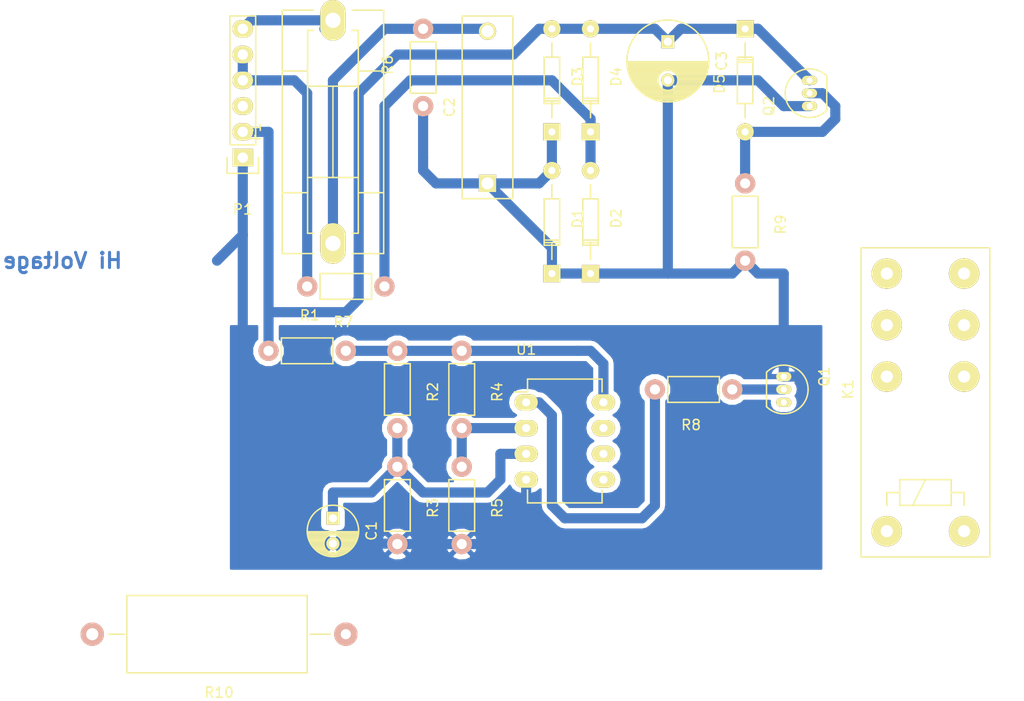
<source format=kicad_pcb>
(kicad_pcb (version 4) (host pcbnew 4.0.2+dfsg1-stable)

  (general
    (links 39)
    (no_connects 2)
    (area 85.432857 39.889999 182.635 109.64556)
    (thickness 1.6)
    (drawings 1)
    (tracks 116)
    (zones 0)
    (modules 24)
    (nets 19)
  )

  (page A4)
  (layers
    (0 F.Cu signal)
    (31 B.Cu signal)
    (32 B.Adhes user)
    (33 F.Adhes user)
    (34 B.Paste user)
    (35 F.Paste user)
    (36 B.SilkS user)
    (37 F.SilkS user)
    (38 B.Mask user)
    (39 F.Mask user)
    (40 Dwgs.User user)
    (41 Cmts.User user)
    (42 Eco1.User user)
    (43 Eco2.User user)
    (44 Edge.Cuts user)
    (45 Margin user)
    (46 B.CrtYd user)
    (47 F.CrtYd user)
    (48 B.Fab user)
    (49 F.Fab user)
  )

  (setup
    (last_trace_width 1)
    (trace_clearance 0.25)
    (zone_clearance 0.508)
    (zone_45_only no)
    (trace_min 0.2)
    (segment_width 0.2)
    (edge_width 0.15)
    (via_size 0.6)
    (via_drill 0.4)
    (via_min_size 0.4)
    (via_min_drill 0.3)
    (uvia_size 0.3)
    (uvia_drill 0.1)
    (uvias_allowed no)
    (uvia_min_size 0.2)
    (uvia_min_drill 0.1)
    (pcb_text_width 0.3)
    (pcb_text_size 1.5 1.5)
    (mod_edge_width 0.15)
    (mod_text_size 1 1)
    (mod_text_width 0.15)
    (pad_size 1.524 1.524)
    (pad_drill 0.762)
    (pad_to_mask_clearance 0.2)
    (aux_axis_origin 0 0)
    (visible_elements FFFFFF7F)
    (pcbplotparams
      (layerselection 0x00030_80000001)
      (usegerberextensions false)
      (excludeedgelayer true)
      (linewidth 0.100000)
      (plotframeref false)
      (viasonmask false)
      (mode 1)
      (useauxorigin false)
      (hpglpennumber 1)
      (hpglpenspeed 20)
      (hpglpendiameter 15)
      (hpglpenoverlay 2)
      (psnegative false)
      (psa4output false)
      (plotreference true)
      (plotvalue true)
      (plotinvisibletext false)
      (padsonsilk false)
      (subtractmaskfromsilk false)
      (outputformat 1)
      (mirror false)
      (drillshape 1)
      (scaleselection 1)
      (outputdirectory ""))
  )

  (net 0 "")
  (net 1 "Net-(C1-Pad1)")
  (net 2 GND)
  (net 3 "Net-(C2-Pad1)")
  (net 4 AC-live-f)
  (net 5 +5V)
  (net 6 "Net-(D2-Pad2)")
  (net 7 "Net-(D5-Pad2)")
  (net 8 AC-live)
  (net 9 "Net-(K1-Pad12)")
  (net 10 "Net-(K1-Pad14)")
  (net 11 AC-live-out)
  (net 12 AC-neut)
  (net 13 "Net-(Q1-Pad2)")
  (net 14 "Net-(K1-Pad8)")
  (net 15 "Net-(K1-Pad9)")
  (net 16 "Net-(R4-Pad2)")
  (net 17 "Net-(R8-Pad2)")
  (net 18 "Net-(K1-Pad3)")

  (net_class Default "This is the default net class."
    (clearance 0.25)
    (trace_width 1)
    (via_dia 0.6)
    (via_drill 0.4)
    (uvia_dia 0.3)
    (uvia_drill 0.1)
    (add_net +5V)
    (add_net AC-live)
    (add_net AC-live-f)
    (add_net AC-live-out)
    (add_net AC-neut)
    (add_net GND)
    (add_net "Net-(C1-Pad1)")
    (add_net "Net-(C2-Pad1)")
    (add_net "Net-(D2-Pad2)")
    (add_net "Net-(D5-Pad2)")
    (add_net "Net-(K1-Pad12)")
    (add_net "Net-(K1-Pad14)")
    (add_net "Net-(K1-Pad3)")
    (add_net "Net-(K1-Pad8)")
    (add_net "Net-(K1-Pad9)")
    (add_net "Net-(Q1-Pad2)")
    (add_net "Net-(R4-Pad2)")
    (add_net "Net-(R8-Pad2)")
  )

  (module Capacitors_ThroughHole:C_Radial_D8_L13_P3.8 (layer F.Cu) (tedit 0) (tstamp 57C0F640)
    (at 151.13 45.72 270)
    (descr "Radial Electrolytic Capacitor Diameter 8mm x Length 13mm, Pitch 3.8mm")
    (tags "Electrolytic Capacitor")
    (path /57C0C56F)
    (fp_text reference C3 (at 1.9 -5.3 270) (layer F.SilkS)
      (effects (font (size 1 1) (thickness 0.15)))
    )
    (fp_text value "100uF, 25V" (at 1.9 5.3 270) (layer F.Fab)
      (effects (font (size 1 1) (thickness 0.15)))
    )
    (fp_line (start 1.975 -3.999) (end 1.975 3.999) (layer F.SilkS) (width 0.15))
    (fp_line (start 2.115 -3.994) (end 2.115 3.994) (layer F.SilkS) (width 0.15))
    (fp_line (start 2.255 -3.984) (end 2.255 3.984) (layer F.SilkS) (width 0.15))
    (fp_line (start 2.395 -3.969) (end 2.395 3.969) (layer F.SilkS) (width 0.15))
    (fp_line (start 2.535 -3.949) (end 2.535 3.949) (layer F.SilkS) (width 0.15))
    (fp_line (start 2.675 -3.924) (end 2.675 3.924) (layer F.SilkS) (width 0.15))
    (fp_line (start 2.815 -3.894) (end 2.815 -0.173) (layer F.SilkS) (width 0.15))
    (fp_line (start 2.815 0.173) (end 2.815 3.894) (layer F.SilkS) (width 0.15))
    (fp_line (start 2.955 -3.858) (end 2.955 -0.535) (layer F.SilkS) (width 0.15))
    (fp_line (start 2.955 0.535) (end 2.955 3.858) (layer F.SilkS) (width 0.15))
    (fp_line (start 3.095 -3.817) (end 3.095 -0.709) (layer F.SilkS) (width 0.15))
    (fp_line (start 3.095 0.709) (end 3.095 3.817) (layer F.SilkS) (width 0.15))
    (fp_line (start 3.235 -3.771) (end 3.235 -0.825) (layer F.SilkS) (width 0.15))
    (fp_line (start 3.235 0.825) (end 3.235 3.771) (layer F.SilkS) (width 0.15))
    (fp_line (start 3.375 -3.718) (end 3.375 -0.905) (layer F.SilkS) (width 0.15))
    (fp_line (start 3.375 0.905) (end 3.375 3.718) (layer F.SilkS) (width 0.15))
    (fp_line (start 3.515 -3.659) (end 3.515 -0.959) (layer F.SilkS) (width 0.15))
    (fp_line (start 3.515 0.959) (end 3.515 3.659) (layer F.SilkS) (width 0.15))
    (fp_line (start 3.655 -3.594) (end 3.655 -0.989) (layer F.SilkS) (width 0.15))
    (fp_line (start 3.655 0.989) (end 3.655 3.594) (layer F.SilkS) (width 0.15))
    (fp_line (start 3.795 -3.523) (end 3.795 -1) (layer F.SilkS) (width 0.15))
    (fp_line (start 3.795 1) (end 3.795 3.523) (layer F.SilkS) (width 0.15))
    (fp_line (start 3.935 -3.444) (end 3.935 -0.991) (layer F.SilkS) (width 0.15))
    (fp_line (start 3.935 0.991) (end 3.935 3.444) (layer F.SilkS) (width 0.15))
    (fp_line (start 4.075 -3.357) (end 4.075 -0.961) (layer F.SilkS) (width 0.15))
    (fp_line (start 4.075 0.961) (end 4.075 3.357) (layer F.SilkS) (width 0.15))
    (fp_line (start 4.215 -3.262) (end 4.215 -0.91) (layer F.SilkS) (width 0.15))
    (fp_line (start 4.215 0.91) (end 4.215 3.262) (layer F.SilkS) (width 0.15))
    (fp_line (start 4.355 -3.158) (end 4.355 -0.832) (layer F.SilkS) (width 0.15))
    (fp_line (start 4.355 0.832) (end 4.355 3.158) (layer F.SilkS) (width 0.15))
    (fp_line (start 4.495 -3.044) (end 4.495 -0.719) (layer F.SilkS) (width 0.15))
    (fp_line (start 4.495 0.719) (end 4.495 3.044) (layer F.SilkS) (width 0.15))
    (fp_line (start 4.635 -2.919) (end 4.635 -0.55) (layer F.SilkS) (width 0.15))
    (fp_line (start 4.635 0.55) (end 4.635 2.919) (layer F.SilkS) (width 0.15))
    (fp_line (start 4.775 -2.781) (end 4.775 -0.222) (layer F.SilkS) (width 0.15))
    (fp_line (start 4.775 0.222) (end 4.775 2.781) (layer F.SilkS) (width 0.15))
    (fp_line (start 4.915 -2.629) (end 4.915 2.629) (layer F.SilkS) (width 0.15))
    (fp_line (start 5.055 -2.459) (end 5.055 2.459) (layer F.SilkS) (width 0.15))
    (fp_line (start 5.195 -2.268) (end 5.195 2.268) (layer F.SilkS) (width 0.15))
    (fp_line (start 5.335 -2.05) (end 5.335 2.05) (layer F.SilkS) (width 0.15))
    (fp_line (start 5.475 -1.794) (end 5.475 1.794) (layer F.SilkS) (width 0.15))
    (fp_line (start 5.615 -1.483) (end 5.615 1.483) (layer F.SilkS) (width 0.15))
    (fp_line (start 5.755 -1.067) (end 5.755 1.067) (layer F.SilkS) (width 0.15))
    (fp_line (start 5.895 -0.2) (end 5.895 0.2) (layer F.SilkS) (width 0.15))
    (fp_circle (center 3.8 0) (end 3.8 -1) (layer F.SilkS) (width 0.15))
    (fp_circle (center 1.9 0) (end 1.9 -4.0375) (layer F.SilkS) (width 0.15))
    (fp_circle (center 1.9 0) (end 1.9 -4.3) (layer F.CrtYd) (width 0.05))
    (pad 1 thru_hole rect (at 0 0 270) (size 1.3 1.3) (drill 0.8) (layers *.Cu *.Mask F.SilkS)
      (net 5 +5V))
    (pad 2 thru_hole circle (at 3.8 0 270) (size 1.3 1.3) (drill 0.8) (layers *.Cu *.Mask F.SilkS)
      (net 2 GND))
    (model Capacitors_ThroughHole.3dshapes/C_Radial_D8_L13_P3.8.wrl
      (at (xyz 0.0748031 0 0))
      (scale (xyz 1 1 1))
      (rotate (xyz 0 0 90))
    )
  )

  (module Capacitors_ThroughHole:C_Radial_D5_L6_P2.5 (layer F.Cu) (tedit 0) (tstamp 57C0F634)
    (at 118.11 92.71 270)
    (descr "Radial Electrolytic Capacitor Diameter 5mm x Length 6mm, Pitch 2.5mm")
    (tags "Electrolytic Capacitor")
    (path /57C23772)
    (fp_text reference C1 (at 1.25 -3.8 270) (layer F.SilkS)
      (effects (font (size 1 1) (thickness 0.15)))
    )
    (fp_text value 3.3uF (at 1.25 3.8 270) (layer F.Fab)
      (effects (font (size 1 1) (thickness 0.15)))
    )
    (fp_line (start 1.325 -2.499) (end 1.325 2.499) (layer F.SilkS) (width 0.15))
    (fp_line (start 1.465 -2.491) (end 1.465 2.491) (layer F.SilkS) (width 0.15))
    (fp_line (start 1.605 -2.475) (end 1.605 -0.095) (layer F.SilkS) (width 0.15))
    (fp_line (start 1.605 0.095) (end 1.605 2.475) (layer F.SilkS) (width 0.15))
    (fp_line (start 1.745 -2.451) (end 1.745 -0.49) (layer F.SilkS) (width 0.15))
    (fp_line (start 1.745 0.49) (end 1.745 2.451) (layer F.SilkS) (width 0.15))
    (fp_line (start 1.885 -2.418) (end 1.885 -0.657) (layer F.SilkS) (width 0.15))
    (fp_line (start 1.885 0.657) (end 1.885 2.418) (layer F.SilkS) (width 0.15))
    (fp_line (start 2.025 -2.377) (end 2.025 -0.764) (layer F.SilkS) (width 0.15))
    (fp_line (start 2.025 0.764) (end 2.025 2.377) (layer F.SilkS) (width 0.15))
    (fp_line (start 2.165 -2.327) (end 2.165 -0.835) (layer F.SilkS) (width 0.15))
    (fp_line (start 2.165 0.835) (end 2.165 2.327) (layer F.SilkS) (width 0.15))
    (fp_line (start 2.305 -2.266) (end 2.305 -0.879) (layer F.SilkS) (width 0.15))
    (fp_line (start 2.305 0.879) (end 2.305 2.266) (layer F.SilkS) (width 0.15))
    (fp_line (start 2.445 -2.196) (end 2.445 -0.898) (layer F.SilkS) (width 0.15))
    (fp_line (start 2.445 0.898) (end 2.445 2.196) (layer F.SilkS) (width 0.15))
    (fp_line (start 2.585 -2.114) (end 2.585 -0.896) (layer F.SilkS) (width 0.15))
    (fp_line (start 2.585 0.896) (end 2.585 2.114) (layer F.SilkS) (width 0.15))
    (fp_line (start 2.725 -2.019) (end 2.725 -0.871) (layer F.SilkS) (width 0.15))
    (fp_line (start 2.725 0.871) (end 2.725 2.019) (layer F.SilkS) (width 0.15))
    (fp_line (start 2.865 -1.908) (end 2.865 -0.823) (layer F.SilkS) (width 0.15))
    (fp_line (start 2.865 0.823) (end 2.865 1.908) (layer F.SilkS) (width 0.15))
    (fp_line (start 3.005 -1.78) (end 3.005 -0.745) (layer F.SilkS) (width 0.15))
    (fp_line (start 3.005 0.745) (end 3.005 1.78) (layer F.SilkS) (width 0.15))
    (fp_line (start 3.145 -1.631) (end 3.145 -0.628) (layer F.SilkS) (width 0.15))
    (fp_line (start 3.145 0.628) (end 3.145 1.631) (layer F.SilkS) (width 0.15))
    (fp_line (start 3.285 -1.452) (end 3.285 -0.44) (layer F.SilkS) (width 0.15))
    (fp_line (start 3.285 0.44) (end 3.285 1.452) (layer F.SilkS) (width 0.15))
    (fp_line (start 3.425 -1.233) (end 3.425 1.233) (layer F.SilkS) (width 0.15))
    (fp_line (start 3.565 -0.944) (end 3.565 0.944) (layer F.SilkS) (width 0.15))
    (fp_line (start 3.705 -0.472) (end 3.705 0.472) (layer F.SilkS) (width 0.15))
    (fp_circle (center 2.5 0) (end 2.5 -0.9) (layer F.SilkS) (width 0.15))
    (fp_circle (center 1.25 0) (end 1.25 -2.5375) (layer F.SilkS) (width 0.15))
    (fp_circle (center 1.25 0) (end 1.25 -2.8) (layer F.CrtYd) (width 0.05))
    (pad 1 thru_hole rect (at 0 0 270) (size 1.3 1.3) (drill 0.8) (layers *.Cu *.Mask F.SilkS)
      (net 1 "Net-(C1-Pad1)"))
    (pad 2 thru_hole circle (at 2.5 0 270) (size 1.3 1.3) (drill 0.8) (layers *.Cu *.Mask F.SilkS)
      (net 2 GND))
    (model Capacitors_ThroughHole.3dshapes/C_Radial_D5_L6_P2.5.wrl
      (at (xyz 0.0492126 0 0))
      (scale (xyz 1 1 1))
      (rotate (xyz 0 0 90))
    )
  )

  (module Capacitors_ThroughHole:C_Rect_L18_W5_P15 (layer F.Cu) (tedit 0) (tstamp 57C0F63A)
    (at 133.35 59.69 90)
    (descr "Film Capacitor Length 18mm x Width 5mm, Pitch 5mm")
    (tags Capacitor)
    (path /57C0BEB1)
    (fp_text reference C2 (at 7.5 -3.75 90) (layer F.SilkS)
      (effects (font (size 1 1) (thickness 0.15)))
    )
    (fp_text value "47nF, x2" (at 7.5 3.75 90) (layer F.Fab)
      (effects (font (size 1 1) (thickness 0.15)))
    )
    (fp_line (start -1.75 -2.75) (end 16.75 -2.75) (layer F.CrtYd) (width 0.05))
    (fp_line (start 16.75 -2.75) (end 16.75 2.75) (layer F.CrtYd) (width 0.05))
    (fp_line (start 16.75 2.75) (end -1.75 2.75) (layer F.CrtYd) (width 0.05))
    (fp_line (start -1.75 2.75) (end -1.75 -2.75) (layer F.CrtYd) (width 0.05))
    (fp_line (start -1.5 -2.5) (end -1.5 -2.5) (layer F.SilkS) (width 0.15))
    (fp_line (start 16.5 2.5) (end 16.5 -2.5) (layer F.SilkS) (width 0.15))
    (fp_line (start 16.5 -2.5) (end -1.5 -2.5) (layer F.SilkS) (width 0.15))
    (fp_line (start -1.5 -2.5) (end -1.5 2.5) (layer F.SilkS) (width 0.15))
    (fp_line (start -1.5 2.5) (end 16.5 2.5) (layer F.SilkS) (width 0.15))
    (pad 1 thru_hole rect (at 0 0 90) (size 1.7 1.7) (drill 1.2) (layers *.Cu *.Mask F.SilkS)
      (net 3 "Net-(C2-Pad1)"))
    (pad 2 thru_hole circle (at 15 0 90) (size 1.7 1.7) (drill 1.2) (layers *.Cu *.Mask F.SilkS)
      (net 4 AC-live-f))
  )

  (module Diodes_ThroughHole:Diode_DO-35_SOD27_Horizontal_RM10 (layer F.Cu) (tedit 552FFC30) (tstamp 57C0F646)
    (at 139.7 68.58 90)
    (descr "Diode, DO-35,  SOD27, Horizontal, RM 10mm")
    (tags "Diode, DO-35, SOD27, Horizontal, RM 10mm, 1N4148,")
    (path /57C0C128)
    (fp_text reference D1 (at 5.43052 2.53746 90) (layer F.SilkS)
      (effects (font (size 1 1) (thickness 0.15)))
    )
    (fp_text value D (at 4.41452 -3.55854 90) (layer F.Fab)
      (effects (font (size 1 1) (thickness 0.15)))
    )
    (fp_line (start 7.36652 -0.00254) (end 8.76352 -0.00254) (layer F.SilkS) (width 0.15))
    (fp_line (start 2.92152 -0.00254) (end 1.39752 -0.00254) (layer F.SilkS) (width 0.15))
    (fp_line (start 3.30252 -0.76454) (end 3.30252 0.75946) (layer F.SilkS) (width 0.15))
    (fp_line (start 3.04852 -0.76454) (end 3.04852 0.75946) (layer F.SilkS) (width 0.15))
    (fp_line (start 2.79452 -0.00254) (end 2.79452 0.75946) (layer F.SilkS) (width 0.15))
    (fp_line (start 2.79452 0.75946) (end 7.36652 0.75946) (layer F.SilkS) (width 0.15))
    (fp_line (start 7.36652 0.75946) (end 7.36652 -0.76454) (layer F.SilkS) (width 0.15))
    (fp_line (start 7.36652 -0.76454) (end 2.79452 -0.76454) (layer F.SilkS) (width 0.15))
    (fp_line (start 2.79452 -0.76454) (end 2.79452 -0.00254) (layer F.SilkS) (width 0.15))
    (pad 2 thru_hole circle (at 10.16052 -0.00254 270) (size 1.69926 1.69926) (drill 0.70104) (layers *.Cu *.Mask F.SilkS)
      (net 3 "Net-(C2-Pad1)"))
    (pad 1 thru_hole rect (at 0.00052 -0.00254 270) (size 1.69926 1.69926) (drill 0.70104) (layers *.Cu *.Mask F.SilkS)
      (net 2 GND))
    (model Diodes_ThroughHole.3dshapes/Diode_DO-35_SOD27_Horizontal_RM10.wrl
      (at (xyz 0.2 0 0))
      (scale (xyz 0.4 0.4 0.4))
      (rotate (xyz 0 0 180))
    )
  )

  (module Diodes_ThroughHole:Diode_DO-35_SOD27_Horizontal_RM10 (layer F.Cu) (tedit 552FFC30) (tstamp 57C0F64C)
    (at 143.51 68.58 90)
    (descr "Diode, DO-35,  SOD27, Horizontal, RM 10mm")
    (tags "Diode, DO-35, SOD27, Horizontal, RM 10mm, 1N4148,")
    (path /57C0C23E)
    (fp_text reference D2 (at 5.43052 2.53746 90) (layer F.SilkS)
      (effects (font (size 1 1) (thickness 0.15)))
    )
    (fp_text value D (at 4.41452 -3.55854 90) (layer F.Fab)
      (effects (font (size 1 1) (thickness 0.15)))
    )
    (fp_line (start 7.36652 -0.00254) (end 8.76352 -0.00254) (layer F.SilkS) (width 0.15))
    (fp_line (start 2.92152 -0.00254) (end 1.39752 -0.00254) (layer F.SilkS) (width 0.15))
    (fp_line (start 3.30252 -0.76454) (end 3.30252 0.75946) (layer F.SilkS) (width 0.15))
    (fp_line (start 3.04852 -0.76454) (end 3.04852 0.75946) (layer F.SilkS) (width 0.15))
    (fp_line (start 2.79452 -0.00254) (end 2.79452 0.75946) (layer F.SilkS) (width 0.15))
    (fp_line (start 2.79452 0.75946) (end 7.36652 0.75946) (layer F.SilkS) (width 0.15))
    (fp_line (start 7.36652 0.75946) (end 7.36652 -0.76454) (layer F.SilkS) (width 0.15))
    (fp_line (start 7.36652 -0.76454) (end 2.79452 -0.76454) (layer F.SilkS) (width 0.15))
    (fp_line (start 2.79452 -0.76454) (end 2.79452 -0.00254) (layer F.SilkS) (width 0.15))
    (pad 2 thru_hole circle (at 10.16052 -0.00254 270) (size 1.69926 1.69926) (drill 0.70104) (layers *.Cu *.Mask F.SilkS)
      (net 6 "Net-(D2-Pad2)"))
    (pad 1 thru_hole rect (at 0.00052 -0.00254 270) (size 1.69926 1.69926) (drill 0.70104) (layers *.Cu *.Mask F.SilkS)
      (net 2 GND))
    (model Diodes_ThroughHole.3dshapes/Diode_DO-35_SOD27_Horizontal_RM10.wrl
      (at (xyz 0.2 0 0))
      (scale (xyz 0.4 0.4 0.4))
      (rotate (xyz 0 0 180))
    )
  )

  (module Diodes_ThroughHole:Diode_DO-35_SOD27_Horizontal_RM10 (layer F.Cu) (tedit 552FFC30) (tstamp 57C0F652)
    (at 139.7 54.61 90)
    (descr "Diode, DO-35,  SOD27, Horizontal, RM 10mm")
    (tags "Diode, DO-35, SOD27, Horizontal, RM 10mm, 1N4148,")
    (path /57C0C217)
    (fp_text reference D3 (at 5.43052 2.53746 90) (layer F.SilkS)
      (effects (font (size 1 1) (thickness 0.15)))
    )
    (fp_text value D (at 4.41452 -3.55854 90) (layer F.Fab)
      (effects (font (size 1 1) (thickness 0.15)))
    )
    (fp_line (start 7.36652 -0.00254) (end 8.76352 -0.00254) (layer F.SilkS) (width 0.15))
    (fp_line (start 2.92152 -0.00254) (end 1.39752 -0.00254) (layer F.SilkS) (width 0.15))
    (fp_line (start 3.30252 -0.76454) (end 3.30252 0.75946) (layer F.SilkS) (width 0.15))
    (fp_line (start 3.04852 -0.76454) (end 3.04852 0.75946) (layer F.SilkS) (width 0.15))
    (fp_line (start 2.79452 -0.00254) (end 2.79452 0.75946) (layer F.SilkS) (width 0.15))
    (fp_line (start 2.79452 0.75946) (end 7.36652 0.75946) (layer F.SilkS) (width 0.15))
    (fp_line (start 7.36652 0.75946) (end 7.36652 -0.76454) (layer F.SilkS) (width 0.15))
    (fp_line (start 7.36652 -0.76454) (end 2.79452 -0.76454) (layer F.SilkS) (width 0.15))
    (fp_line (start 2.79452 -0.76454) (end 2.79452 -0.00254) (layer F.SilkS) (width 0.15))
    (pad 2 thru_hole circle (at 10.16052 -0.00254 270) (size 1.69926 1.69926) (drill 0.70104) (layers *.Cu *.Mask F.SilkS)
      (net 5 +5V))
    (pad 1 thru_hole rect (at 0.00052 -0.00254 270) (size 1.69926 1.69926) (drill 0.70104) (layers *.Cu *.Mask F.SilkS)
      (net 3 "Net-(C2-Pad1)"))
    (model Diodes_ThroughHole.3dshapes/Diode_DO-35_SOD27_Horizontal_RM10.wrl
      (at (xyz 0.2 0 0))
      (scale (xyz 0.4 0.4 0.4))
      (rotate (xyz 0 0 180))
    )
  )

  (module Diodes_ThroughHole:Diode_DO-35_SOD27_Horizontal_RM10 (layer F.Cu) (tedit 57C10CA9) (tstamp 57C0F658)
    (at 143.51 54.61 90)
    (descr "Diode, DO-35,  SOD27, Horizontal, RM 10mm")
    (tags "Diode, DO-35, SOD27, Horizontal, RM 10mm, 1N4148,")
    (path /57C0C26B)
    (fp_text reference D4 (at 5.43052 2.53746 90) (layer F.SilkS)
      (effects (font (size 1 1) (thickness 0.15)))
    )
    (fp_text value D (at 4.41452 -3.55854 270) (layer F.Fab)
      (effects (font (size 1 1) (thickness 0.15)))
    )
    (fp_line (start 7.36652 -0.00254) (end 8.76352 -0.00254) (layer F.SilkS) (width 0.15))
    (fp_line (start 2.92152 -0.00254) (end 1.39752 -0.00254) (layer F.SilkS) (width 0.15))
    (fp_line (start 3.30252 -0.76454) (end 3.30252 0.75946) (layer F.SilkS) (width 0.15))
    (fp_line (start 3.04852 -0.76454) (end 3.04852 0.75946) (layer F.SilkS) (width 0.15))
    (fp_line (start 2.79452 -0.00254) (end 2.79452 0.75946) (layer F.SilkS) (width 0.15))
    (fp_line (start 2.79452 0.75946) (end 7.36652 0.75946) (layer F.SilkS) (width 0.15))
    (fp_line (start 7.36652 0.75946) (end 7.36652 -0.76454) (layer F.SilkS) (width 0.15))
    (fp_line (start 7.36652 -0.76454) (end 2.79452 -0.76454) (layer F.SilkS) (width 0.15))
    (fp_line (start 2.79452 -0.76454) (end 2.79452 -0.00254) (layer F.SilkS) (width 0.15))
    (pad 2 thru_hole circle (at 10.16052 -0.00254 270) (size 1.69926 1.69926) (drill 0.70104) (layers *.Cu *.Mask F.SilkS)
      (net 5 +5V))
    (pad 1 thru_hole rect (at 0.00052 -0.00254 270) (size 1.69926 1.69926) (drill 0.70104) (layers *.Cu *.Mask F.SilkS)
      (net 6 "Net-(D2-Pad2)"))
    (model Diodes_ThroughHole.3dshapes/Diode_DO-35_SOD27_Horizontal_RM10.wrl
      (at (xyz 0.2 0 0))
      (scale (xyz 0.4 0.4 0.4))
      (rotate (xyz 0 0 180))
    )
  )

  (module Diodes_ThroughHole:Diode_DO-35_SOD27_Horizontal_RM10 (layer F.Cu) (tedit 552FFC30) (tstamp 57C0F65E)
    (at 158.75 44.45 270)
    (descr "Diode, DO-35,  SOD27, Horizontal, RM 10mm")
    (tags "Diode, DO-35, SOD27, Horizontal, RM 10mm, 1N4148,")
    (path /57C0D94F)
    (fp_text reference D5 (at 5.43052 2.53746 270) (layer F.SilkS)
      (effects (font (size 1 1) (thickness 0.15)))
    )
    (fp_text value ZENER (at 4.41452 -3.55854 270) (layer F.Fab)
      (effects (font (size 1 1) (thickness 0.15)))
    )
    (fp_line (start 7.36652 -0.00254) (end 8.76352 -0.00254) (layer F.SilkS) (width 0.15))
    (fp_line (start 2.92152 -0.00254) (end 1.39752 -0.00254) (layer F.SilkS) (width 0.15))
    (fp_line (start 3.30252 -0.76454) (end 3.30252 0.75946) (layer F.SilkS) (width 0.15))
    (fp_line (start 3.04852 -0.76454) (end 3.04852 0.75946) (layer F.SilkS) (width 0.15))
    (fp_line (start 2.79452 -0.00254) (end 2.79452 0.75946) (layer F.SilkS) (width 0.15))
    (fp_line (start 2.79452 0.75946) (end 7.36652 0.75946) (layer F.SilkS) (width 0.15))
    (fp_line (start 7.36652 0.75946) (end 7.36652 -0.76454) (layer F.SilkS) (width 0.15))
    (fp_line (start 7.36652 -0.76454) (end 2.79452 -0.76454) (layer F.SilkS) (width 0.15))
    (fp_line (start 2.79452 -0.76454) (end 2.79452 -0.00254) (layer F.SilkS) (width 0.15))
    (pad 2 thru_hole circle (at 10.16052 -0.00254 90) (size 1.69926 1.69926) (drill 0.70104) (layers *.Cu *.Mask F.SilkS)
      (net 7 "Net-(D5-Pad2)"))
    (pad 1 thru_hole rect (at 0.00052 -0.00254 90) (size 1.69926 1.69926) (drill 0.70104) (layers *.Cu *.Mask F.SilkS)
      (net 5 +5V))
    (model Diodes_ThroughHole.3dshapes/Diode_DO-35_SOD27_Horizontal_RM10.wrl
      (at (xyz 0.2 0 0))
      (scale (xyz 0.4 0.4 0.4))
      (rotate (xyz 0 0 180))
    )
  )

  (module Fuse_Holders_and_Fuses:Fuseholder5x20_horiz_SemiClosed_Casing10x25mm (layer F.Cu) (tedit 0) (tstamp 57C0F664)
    (at 118.11 54.61 90)
    (descr "Fuseholder, 5x20, Semi closed, horizontal, Casing 10x25mm,")
    (tags "Fuseholder, 5x20, Semi closed, horizontal, Casing 10x25mm, Sicherungshalter, halbgeschlossen,")
    (path /57C0C016)
    (fp_text reference F1 (at 0 -7.62 90) (layer F.SilkS)
      (effects (font (size 1 1) (thickness 0.15)))
    )
    (fp_text value FUSE (at 1.27 7.62 90) (layer F.Fab)
      (effects (font (size 1 1) (thickness 0.15)))
    )
    (fp_line (start -5.99948 -2.49936) (end -5.99948 -5.00126) (layer F.SilkS) (width 0.15))
    (fp_line (start -5.99948 5.00126) (end -5.99948 2.49936) (layer F.SilkS) (width 0.15))
    (fp_line (start 5.99948 5.00126) (end 5.99948 2.49936) (layer F.SilkS) (width 0.15))
    (fp_line (start 5.99948 -5.00126) (end 5.99948 -2.49936) (layer F.SilkS) (width 0.15))
    (fp_line (start -4.50088 0) (end 4.50088 0) (layer F.SilkS) (width 0.15))
    (fp_line (start -4.50088 -2.49936) (end -4.50088 2.49936) (layer F.SilkS) (width 0.15))
    (fp_line (start 4.50088 -2.49936) (end 4.50088 2.49936) (layer F.SilkS) (width 0.15))
    (fp_line (start 9.99998 -1.89992) (end 9.99998 -2.49936) (layer F.SilkS) (width 0.15))
    (fp_line (start -9.99998 1.89992) (end -9.99998 2.49936) (layer F.SilkS) (width 0.15))
    (fp_line (start -9.99998 2.49936) (end 9.99998 2.49936) (layer F.SilkS) (width 0.15))
    (fp_line (start 9.99998 2.49936) (end 9.99998 1.89992) (layer F.SilkS) (width 0.15))
    (fp_line (start 9.99998 -2.49936) (end -9.99998 -2.49936) (layer F.SilkS) (width 0.15))
    (fp_line (start -9.99998 -2.49936) (end -9.99998 -1.89992) (layer F.SilkS) (width 0.15))
    (fp_line (start 11.99896 -1.89992) (end 11.99896 -5.00126) (layer F.SilkS) (width 0.15))
    (fp_line (start -11.99896 1.89992) (end -11.99896 5.00126) (layer F.SilkS) (width 0.15))
    (fp_line (start -11.99896 5.00126) (end 11.99896 5.00126) (layer F.SilkS) (width 0.15))
    (fp_line (start 11.99896 5.00126) (end 11.99896 1.89992) (layer F.SilkS) (width 0.15))
    (fp_line (start 11.99896 -5.00126) (end -11.99896 -5.00126) (layer F.SilkS) (width 0.15))
    (fp_line (start -11.99896 -5.00126) (end -11.99896 -1.89992) (layer F.SilkS) (width 0.15))
    (pad 2 thru_hole oval (at 11.00074 0) (size 2.49936 4.0005) (drill 1.50114) (layers *.Cu *.Mask F.SilkS)
      (net 8 AC-live))
    (pad 1 thru_hole oval (at -11.00074 0) (size 2.49936 4.0005) (drill 1.50114) (layers *.Cu *.Mask F.SilkS)
      (net 4 AC-live-f))
  )

  (module Relays_ThroughHole:Relay_DPDT_Schrack-RT2_RM5mm (layer F.Cu) (tedit 54C873D3) (tstamp 57C0F670)
    (at 180.34 93.98 90)
    (descr "Relay, DPST, Schrack-RT2, RM5mm,")
    (tags "Relay, DPST,  Schrack-RT1, RM5mm, Reais, 2 x um,")
    (path /57C1BDD5)
    (fp_text reference K1 (at 13.97 -11.43 90) (layer F.SilkS)
      (effects (font (size 1 1) (thickness 0.15)))
    )
    (fp_text value RELAY_2RT (at 12.7 5.08 90) (layer F.Fab)
      (effects (font (size 1 1) (thickness 0.15)))
    )
    (fp_line (start 2.54 -5.08) (end 5.08 -3.81) (layer F.SilkS) (width 0.15))
    (fp_line (start 3.81 -1.27) (end 3.81 0) (layer F.SilkS) (width 0.15))
    (fp_line (start 3.81 0) (end 2.54 0) (layer F.SilkS) (width 0.15))
    (fp_line (start 2.54 -7.62) (end 3.81 -7.62) (layer F.SilkS) (width 0.15))
    (fp_line (start 3.81 -7.62) (end 3.81 -6.35) (layer F.SilkS) (width 0.15))
    (fp_line (start 3.81 -6.35) (end 5.08 -6.35) (layer F.SilkS) (width 0.15))
    (fp_line (start 5.08 -6.35) (end 5.08 -1.27) (layer F.SilkS) (width 0.15))
    (fp_line (start 5.08 -1.27) (end 2.54 -1.27) (layer F.SilkS) (width 0.15))
    (fp_line (start 2.54 -1.27) (end 2.54 -6.35) (layer F.SilkS) (width 0.15))
    (fp_line (start 2.54 -6.35) (end 3.81 -6.35) (layer F.SilkS) (width 0.15))
    (fp_line (start -2.54 -10.16) (end 27.94 -10.16) (layer F.SilkS) (width 0.15))
    (fp_line (start 27.94 -10.16) (end 27.94 2.54) (layer F.SilkS) (width 0.15))
    (fp_line (start 27.94 2.54) (end -2.54 2.54) (layer F.SilkS) (width 0.15))
    (fp_line (start -2.54 2.54) (end -2.54 -10.16) (layer F.SilkS) (width 0.15))
    (pad A1 thru_hole circle (at 0 -7.62 90) (size 2.99974 2.99974) (drill 1.19888) (layers *.Cu *.Mask F.SilkS))
    (pad A2 thru_hole circle (at 0 0 90) (size 2.99974 2.99974) (drill 1.19888) (layers *.Cu *.Mask F.SilkS))
    (pad 22 thru_hole circle (at 15.24 0 90) (size 2.99974 2.99974) (drill 1.19888) (layers *.Cu *.Mask F.SilkS))
    (pad 21 thru_hole circle (at 20.32 0 90) (size 2.99974 2.99974) (drill 1.19888) (layers *.Cu *.Mask F.SilkS))
    (pad 24 thru_hole circle (at 25.4 0 90) (size 2.99974 2.99974) (drill 1.19888) (layers *.Cu *.Mask F.SilkS))
    (pad 12 thru_hole circle (at 15.24 -7.62 90) (size 2.99974 2.99974) (drill 1.19888) (layers *.Cu *.Mask F.SilkS)
      (net 9 "Net-(K1-Pad12)"))
    (pad 11 thru_hole circle (at 20.32 -7.62 90) (size 2.99974 2.99974) (drill 1.19888) (layers *.Cu *.Mask F.SilkS))
    (pad 14 thru_hole circle (at 25.4 -7.62 90) (size 2.99974 2.99974) (drill 1.19888) (layers *.Cu *.Mask F.SilkS)
      (net 10 "Net-(K1-Pad14)"))
  )

  (module Pin_Headers:Pin_Header_Straight_1x06 (layer F.Cu) (tedit 0) (tstamp 57C0F67A)
    (at 109.22 57.15 180)
    (descr "Through hole pin header")
    (tags "pin header")
    (path /57C0BF7B)
    (fp_text reference P1 (at 0 -5.1 180) (layer F.SilkS)
      (effects (font (size 1 1) (thickness 0.15)))
    )
    (fp_text value CONN_01X06 (at 0 -3.1 180) (layer F.Fab)
      (effects (font (size 1 1) (thickness 0.15)))
    )
    (fp_line (start -1.75 -1.75) (end -1.75 14.45) (layer F.CrtYd) (width 0.05))
    (fp_line (start 1.75 -1.75) (end 1.75 14.45) (layer F.CrtYd) (width 0.05))
    (fp_line (start -1.75 -1.75) (end 1.75 -1.75) (layer F.CrtYd) (width 0.05))
    (fp_line (start -1.75 14.45) (end 1.75 14.45) (layer F.CrtYd) (width 0.05))
    (fp_line (start 1.27 1.27) (end 1.27 13.97) (layer F.SilkS) (width 0.15))
    (fp_line (start 1.27 13.97) (end -1.27 13.97) (layer F.SilkS) (width 0.15))
    (fp_line (start -1.27 13.97) (end -1.27 1.27) (layer F.SilkS) (width 0.15))
    (fp_line (start 1.55 -1.55) (end 1.55 0) (layer F.SilkS) (width 0.15))
    (fp_line (start 1.27 1.27) (end -1.27 1.27) (layer F.SilkS) (width 0.15))
    (fp_line (start -1.55 0) (end -1.55 -1.55) (layer F.SilkS) (width 0.15))
    (fp_line (start -1.55 -1.55) (end 1.55 -1.55) (layer F.SilkS) (width 0.15))
    (pad 1 thru_hole rect (at 0 0 180) (size 2.032 1.7272) (drill 1.016) (layers *.Cu *.Mask F.SilkS)
      (net 2 GND))
    (pad 2 thru_hole oval (at 0 2.54 180) (size 2.032 1.7272) (drill 1.016) (layers *.Cu *.Mask F.SilkS)
      (net 5 +5V))
    (pad 3 thru_hole oval (at 0 5.08 180) (size 2.032 1.7272) (drill 1.016) (layers *.Cu *.Mask F.SilkS)
      (net 11 AC-live-out))
    (pad 4 thru_hole oval (at 0 7.62 180) (size 2.032 1.7272) (drill 1.016) (layers *.Cu *.Mask F.SilkS)
      (net 12 AC-neut))
    (pad 5 thru_hole oval (at 0 10.16 180) (size 2.032 1.7272) (drill 1.016) (layers *.Cu *.Mask F.SilkS)
      (net 12 AC-neut))
    (pad 6 thru_hole oval (at 0 12.7 180) (size 2.032 1.7272) (drill 1.016) (layers *.Cu *.Mask F.SilkS)
      (net 8 AC-live))
    (model Pin_Headers.3dshapes/Pin_Header_Straight_1x06.wrl
      (at (xyz 0 -0.25 0))
      (scale (xyz 1 1 1))
      (rotate (xyz 0 0 90))
    )
  )

  (module TO_SOT_Packages_THT:TO-92_Inline_Narrow_Oval (layer F.Cu) (tedit 54F24281) (tstamp 57C0F681)
    (at 162.56 78.74 270)
    (descr "TO-92 leads in-line, narrow, oval pads, drill 0.6mm (see NXP sot054_po.pdf)")
    (tags "to-92 sc-43 sc-43a sot54 PA33 transistor")
    (path /57C1BB6B)
    (fp_text reference Q1 (at 0 -4 270) (layer F.SilkS)
      (effects (font (size 1 1) (thickness 0.15)))
    )
    (fp_text value PN2222A (at 0 3 270) (layer F.Fab)
      (effects (font (size 1 1) (thickness 0.15)))
    )
    (fp_line (start -1.4 1.95) (end -1.4 -2.65) (layer F.CrtYd) (width 0.05))
    (fp_line (start -1.4 1.95) (end 3.95 1.95) (layer F.CrtYd) (width 0.05))
    (fp_line (start -0.43 1.7) (end 2.97 1.7) (layer F.SilkS) (width 0.15))
    (fp_arc (start 1.27 0) (end 1.27 -2.4) (angle -135) (layer F.SilkS) (width 0.15))
    (fp_arc (start 1.27 0) (end 1.27 -2.4) (angle 135) (layer F.SilkS) (width 0.15))
    (fp_line (start -1.4 -2.65) (end 3.95 -2.65) (layer F.CrtYd) (width 0.05))
    (fp_line (start 3.95 1.95) (end 3.95 -2.65) (layer F.CrtYd) (width 0.05))
    (pad 2 thru_hole oval (at 1.27 0 90) (size 0.89916 1.50114) (drill 0.6) (layers *.Cu *.Mask F.SilkS)
      (net 13 "Net-(Q1-Pad2)"))
    (pad 3 thru_hole oval (at 2.54 0 90) (size 0.89916 1.50114) (drill 0.6) (layers *.Cu *.Mask F.SilkS)
      (net 14 "Net-(K1-Pad8)"))
    (pad 1 thru_hole oval (at 0 0 90) (size 0.89916 1.50114) (drill 0.6) (layers *.Cu *.Mask F.SilkS)
      (net 2 GND))
    (model TO_SOT_Packages_THT.3dshapes/TO-92_Inline_Narrow_Oval.wrl
      (at (xyz 0.05 0 0))
      (scale (xyz 1 1 1))
      (rotate (xyz 0 0 -90))
    )
  )

  (module TO_SOT_Packages_THT:TO-92_Inline_Narrow_Oval (layer F.Cu) (tedit 54F24281) (tstamp 57C0F688)
    (at 165.1 52.07 90)
    (descr "TO-92 leads in-line, narrow, oval pads, drill 0.6mm (see NXP sot054_po.pdf)")
    (tags "to-92 sc-43 sc-43a sot54 PA33 transistor")
    (path /57C0DE0A)
    (fp_text reference Q2 (at 0 -4 90) (layer F.SilkS)
      (effects (font (size 1 1) (thickness 0.15)))
    )
    (fp_text value PN2222A (at 0 3 90) (layer F.Fab)
      (effects (font (size 1 1) (thickness 0.15)))
    )
    (fp_line (start -1.4 1.95) (end -1.4 -2.65) (layer F.CrtYd) (width 0.05))
    (fp_line (start -1.4 1.95) (end 3.95 1.95) (layer F.CrtYd) (width 0.05))
    (fp_line (start -0.43 1.7) (end 2.97 1.7) (layer F.SilkS) (width 0.15))
    (fp_arc (start 1.27 0) (end 1.27 -2.4) (angle -135) (layer F.SilkS) (width 0.15))
    (fp_arc (start 1.27 0) (end 1.27 -2.4) (angle 135) (layer F.SilkS) (width 0.15))
    (fp_line (start -1.4 -2.65) (end 3.95 -2.65) (layer F.CrtYd) (width 0.05))
    (fp_line (start 3.95 1.95) (end 3.95 -2.65) (layer F.CrtYd) (width 0.05))
    (pad 2 thru_hole oval (at 1.27 0 270) (size 0.89916 1.50114) (drill 0.6) (layers *.Cu *.Mask F.SilkS)
      (net 7 "Net-(D5-Pad2)"))
    (pad 3 thru_hole oval (at 2.54 0 270) (size 0.89916 1.50114) (drill 0.6) (layers *.Cu *.Mask F.SilkS)
      (net 5 +5V))
    (pad 1 thru_hole oval (at 0 0 270) (size 0.89916 1.50114) (drill 0.6) (layers *.Cu *.Mask F.SilkS)
      (net 2 GND))
    (model TO_SOT_Packages_THT.3dshapes/TO-92_Inline_Narrow_Oval.wrl
      (at (xyz 0.05 0 0))
      (scale (xyz 1 1 1))
      (rotate (xyz 0 0 -90))
    )
  )

  (module Resistors_ThroughHole:Resistor_Horizontal_RM7mm (layer F.Cu) (tedit 569FCF07) (tstamp 57C0F68E)
    (at 111.76 76.2)
    (descr "Resistor, Axial,  RM 7.62mm, 1/3W,")
    (tags "Resistor Axial RM 7.62mm 1/3W R3")
    (path /57C35DF4)
    (fp_text reference R1 (at 4.05892 -3.50012) (layer F.SilkS)
      (effects (font (size 1 1) (thickness 0.15)))
    )
    (fp_text value 0 (at 3.81 3.81) (layer F.Fab)
      (effects (font (size 1 1) (thickness 0.15)))
    )
    (fp_line (start -1.25 -1.5) (end 8.85 -1.5) (layer F.CrtYd) (width 0.05))
    (fp_line (start -1.25 1.5) (end -1.25 -1.5) (layer F.CrtYd) (width 0.05))
    (fp_line (start 8.85 -1.5) (end 8.85 1.5) (layer F.CrtYd) (width 0.05))
    (fp_line (start -1.25 1.5) (end 8.85 1.5) (layer F.CrtYd) (width 0.05))
    (fp_line (start 1.27 -1.27) (end 6.35 -1.27) (layer F.SilkS) (width 0.15))
    (fp_line (start 6.35 -1.27) (end 6.35 1.27) (layer F.SilkS) (width 0.15))
    (fp_line (start 6.35 1.27) (end 1.27 1.27) (layer F.SilkS) (width 0.15))
    (fp_line (start 1.27 1.27) (end 1.27 -1.27) (layer F.SilkS) (width 0.15))
    (pad 1 thru_hole circle (at 0 0) (size 1.99898 1.99898) (drill 1.00076) (layers *.Cu *.SilkS *.Mask)
      (net 5 +5V))
    (pad 2 thru_hole circle (at 7.62 0) (size 1.99898 1.99898) (drill 1.00076) (layers *.Cu *.SilkS *.Mask)
      (net 15 "Net-(K1-Pad9)"))
  )

  (module Resistors_ThroughHole:Resistor_Horizontal_RM7mm (layer F.Cu) (tedit 569FCF07) (tstamp 57C0F694)
    (at 124.46 76.2 270)
    (descr "Resistor, Axial,  RM 7.62mm, 1/3W,")
    (tags "Resistor Axial RM 7.62mm 1/3W R3")
    (path /57C2344A)
    (fp_text reference R2 (at 4.05892 -3.50012 270) (layer F.SilkS)
      (effects (font (size 1 1) (thickness 0.15)))
    )
    (fp_text value 100K (at 3.81 3.81 270) (layer F.Fab)
      (effects (font (size 1 1) (thickness 0.15)))
    )
    (fp_line (start -1.25 -1.5) (end 8.85 -1.5) (layer F.CrtYd) (width 0.05))
    (fp_line (start -1.25 1.5) (end -1.25 -1.5) (layer F.CrtYd) (width 0.05))
    (fp_line (start 8.85 -1.5) (end 8.85 1.5) (layer F.CrtYd) (width 0.05))
    (fp_line (start -1.25 1.5) (end 8.85 1.5) (layer F.CrtYd) (width 0.05))
    (fp_line (start 1.27 -1.27) (end 6.35 -1.27) (layer F.SilkS) (width 0.15))
    (fp_line (start 6.35 -1.27) (end 6.35 1.27) (layer F.SilkS) (width 0.15))
    (fp_line (start 6.35 1.27) (end 1.27 1.27) (layer F.SilkS) (width 0.15))
    (fp_line (start 1.27 1.27) (end 1.27 -1.27) (layer F.SilkS) (width 0.15))
    (pad 1 thru_hole circle (at 0 0 270) (size 1.99898 1.99898) (drill 1.00076) (layers *.Cu *.SilkS *.Mask)
      (net 15 "Net-(K1-Pad9)"))
    (pad 2 thru_hole circle (at 7.62 0 270) (size 1.99898 1.99898) (drill 1.00076) (layers *.Cu *.SilkS *.Mask)
      (net 1 "Net-(C1-Pad1)"))
  )

  (module Resistors_ThroughHole:Resistor_Horizontal_RM7mm (layer F.Cu) (tedit 569FCF07) (tstamp 57C0F69A)
    (at 124.46 87.63 270)
    (descr "Resistor, Axial,  RM 7.62mm, 1/3W,")
    (tags "Resistor Axial RM 7.62mm 1/3W R3")
    (path /57C23547)
    (fp_text reference R3 (at 4.05892 -3.50012 270) (layer F.SilkS)
      (effects (font (size 1 1) (thickness 0.15)))
    )
    (fp_text value 1M (at 3.81 3.81 270) (layer F.Fab)
      (effects (font (size 1 1) (thickness 0.15)))
    )
    (fp_line (start -1.25 -1.5) (end 8.85 -1.5) (layer F.CrtYd) (width 0.05))
    (fp_line (start -1.25 1.5) (end -1.25 -1.5) (layer F.CrtYd) (width 0.05))
    (fp_line (start 8.85 -1.5) (end 8.85 1.5) (layer F.CrtYd) (width 0.05))
    (fp_line (start -1.25 1.5) (end 8.85 1.5) (layer F.CrtYd) (width 0.05))
    (fp_line (start 1.27 -1.27) (end 6.35 -1.27) (layer F.SilkS) (width 0.15))
    (fp_line (start 6.35 -1.27) (end 6.35 1.27) (layer F.SilkS) (width 0.15))
    (fp_line (start 6.35 1.27) (end 1.27 1.27) (layer F.SilkS) (width 0.15))
    (fp_line (start 1.27 1.27) (end 1.27 -1.27) (layer F.SilkS) (width 0.15))
    (pad 1 thru_hole circle (at 0 0 270) (size 1.99898 1.99898) (drill 1.00076) (layers *.Cu *.SilkS *.Mask)
      (net 1 "Net-(C1-Pad1)"))
    (pad 2 thru_hole circle (at 7.62 0 270) (size 1.99898 1.99898) (drill 1.00076) (layers *.Cu *.SilkS *.Mask)
      (net 2 GND))
  )

  (module Resistors_ThroughHole:Resistor_Horizontal_RM7mm (layer F.Cu) (tedit 569FCF07) (tstamp 57C0F6A0)
    (at 130.81 76.2 270)
    (descr "Resistor, Axial,  RM 7.62mm, 1/3W,")
    (tags "Resistor Axial RM 7.62mm 1/3W R3")
    (path /57C2137D)
    (fp_text reference R4 (at 4.05892 -3.50012 270) (layer F.SilkS)
      (effects (font (size 1 1) (thickness 0.15)))
    )
    (fp_text value 10K (at 3.81 3.81 270) (layer F.Fab)
      (effects (font (size 1 1) (thickness 0.15)))
    )
    (fp_line (start -1.25 -1.5) (end 8.85 -1.5) (layer F.CrtYd) (width 0.05))
    (fp_line (start -1.25 1.5) (end -1.25 -1.5) (layer F.CrtYd) (width 0.05))
    (fp_line (start 8.85 -1.5) (end 8.85 1.5) (layer F.CrtYd) (width 0.05))
    (fp_line (start -1.25 1.5) (end 8.85 1.5) (layer F.CrtYd) (width 0.05))
    (fp_line (start 1.27 -1.27) (end 6.35 -1.27) (layer F.SilkS) (width 0.15))
    (fp_line (start 6.35 -1.27) (end 6.35 1.27) (layer F.SilkS) (width 0.15))
    (fp_line (start 6.35 1.27) (end 1.27 1.27) (layer F.SilkS) (width 0.15))
    (fp_line (start 1.27 1.27) (end 1.27 -1.27) (layer F.SilkS) (width 0.15))
    (pad 1 thru_hole circle (at 0 0 270) (size 1.99898 1.99898) (drill 1.00076) (layers *.Cu *.SilkS *.Mask)
      (net 15 "Net-(K1-Pad9)"))
    (pad 2 thru_hole circle (at 7.62 0 270) (size 1.99898 1.99898) (drill 1.00076) (layers *.Cu *.SilkS *.Mask)
      (net 16 "Net-(R4-Pad2)"))
  )

  (module Resistors_ThroughHole:Resistor_Horizontal_RM7mm (layer F.Cu) (tedit 569FCF07) (tstamp 57C0F6A6)
    (at 130.81 87.63 270)
    (descr "Resistor, Axial,  RM 7.62mm, 1/3W,")
    (tags "Resistor Axial RM 7.62mm 1/3W R3")
    (path /57C213C0)
    (fp_text reference R5 (at 4.05892 -3.50012 270) (layer F.SilkS)
      (effects (font (size 1 1) (thickness 0.15)))
    )
    (fp_text value 50K (at 3.81 3.81 270) (layer F.Fab)
      (effects (font (size 1 1) (thickness 0.15)))
    )
    (fp_line (start -1.25 -1.5) (end 8.85 -1.5) (layer F.CrtYd) (width 0.05))
    (fp_line (start -1.25 1.5) (end -1.25 -1.5) (layer F.CrtYd) (width 0.05))
    (fp_line (start 8.85 -1.5) (end 8.85 1.5) (layer F.CrtYd) (width 0.05))
    (fp_line (start -1.25 1.5) (end 8.85 1.5) (layer F.CrtYd) (width 0.05))
    (fp_line (start 1.27 -1.27) (end 6.35 -1.27) (layer F.SilkS) (width 0.15))
    (fp_line (start 6.35 -1.27) (end 6.35 1.27) (layer F.SilkS) (width 0.15))
    (fp_line (start 6.35 1.27) (end 1.27 1.27) (layer F.SilkS) (width 0.15))
    (fp_line (start 1.27 1.27) (end 1.27 -1.27) (layer F.SilkS) (width 0.15))
    (pad 1 thru_hole circle (at 0 0 270) (size 1.99898 1.99898) (drill 1.00076) (layers *.Cu *.SilkS *.Mask)
      (net 16 "Net-(R4-Pad2)"))
    (pad 2 thru_hole circle (at 7.62 0 270) (size 1.99898 1.99898) (drill 1.00076) (layers *.Cu *.SilkS *.Mask)
      (net 2 GND))
  )

  (module Resistors_ThroughHole:Resistor_Horizontal_RM7mm (layer F.Cu) (tedit 569FCF07) (tstamp 57C0F6AC)
    (at 127 52.07 90)
    (descr "Resistor, Axial,  RM 7.62mm, 1/3W,")
    (tags "Resistor Axial RM 7.62mm 1/3W R3")
    (path /57C0BED5)
    (fp_text reference R6 (at 4.05892 -3.50012 90) (layer F.SilkS)
      (effects (font (size 1 1) (thickness 0.15)))
    )
    (fp_text value 470k (at 3.81 3.81 90) (layer F.Fab)
      (effects (font (size 1 1) (thickness 0.15)))
    )
    (fp_line (start -1.25 -1.5) (end 8.85 -1.5) (layer F.CrtYd) (width 0.05))
    (fp_line (start -1.25 1.5) (end -1.25 -1.5) (layer F.CrtYd) (width 0.05))
    (fp_line (start 8.85 -1.5) (end 8.85 1.5) (layer F.CrtYd) (width 0.05))
    (fp_line (start -1.25 1.5) (end 8.85 1.5) (layer F.CrtYd) (width 0.05))
    (fp_line (start 1.27 -1.27) (end 6.35 -1.27) (layer F.SilkS) (width 0.15))
    (fp_line (start 6.35 -1.27) (end 6.35 1.27) (layer F.SilkS) (width 0.15))
    (fp_line (start 6.35 1.27) (end 1.27 1.27) (layer F.SilkS) (width 0.15))
    (fp_line (start 1.27 1.27) (end 1.27 -1.27) (layer F.SilkS) (width 0.15))
    (pad 1 thru_hole circle (at 0 0 90) (size 1.99898 1.99898) (drill 1.00076) (layers *.Cu *.SilkS *.Mask)
      (net 3 "Net-(C2-Pad1)"))
    (pad 2 thru_hole circle (at 7.62 0 90) (size 1.99898 1.99898) (drill 1.00076) (layers *.Cu *.SilkS *.Mask)
      (net 4 AC-live-f))
  )

  (module Resistors_ThroughHole:Resistor_Horizontal_RM7mm (layer F.Cu) (tedit 569FCF07) (tstamp 57C0F6B2)
    (at 123.19 69.85 180)
    (descr "Resistor, Axial,  RM 7.62mm, 1/3W,")
    (tags "Resistor Axial RM 7.62mm 1/3W R3")
    (path /57C14D32)
    (fp_text reference R7 (at 4.05892 -3.50012 180) (layer F.SilkS)
      (effects (font (size 1 1) (thickness 0.15)))
    )
    (fp_text value 100 (at 3.81 3.81 180) (layer F.Fab)
      (effects (font (size 1 1) (thickness 0.15)))
    )
    (fp_line (start -1.25 -1.5) (end 8.85 -1.5) (layer F.CrtYd) (width 0.05))
    (fp_line (start -1.25 1.5) (end -1.25 -1.5) (layer F.CrtYd) (width 0.05))
    (fp_line (start 8.85 -1.5) (end 8.85 1.5) (layer F.CrtYd) (width 0.05))
    (fp_line (start -1.25 1.5) (end 8.85 1.5) (layer F.CrtYd) (width 0.05))
    (fp_line (start 1.27 -1.27) (end 6.35 -1.27) (layer F.SilkS) (width 0.15))
    (fp_line (start 6.35 -1.27) (end 6.35 1.27) (layer F.SilkS) (width 0.15))
    (fp_line (start 6.35 1.27) (end 1.27 1.27) (layer F.SilkS) (width 0.15))
    (fp_line (start 1.27 1.27) (end 1.27 -1.27) (layer F.SilkS) (width 0.15))
    (pad 1 thru_hole circle (at 0 0 180) (size 1.99898 1.99898) (drill 1.00076) (layers *.Cu *.SilkS *.Mask)
      (net 6 "Net-(D2-Pad2)"))
    (pad 2 thru_hole circle (at 7.62 0 180) (size 1.99898 1.99898) (drill 1.00076) (layers *.Cu *.SilkS *.Mask)
      (net 12 AC-neut))
  )

  (module Resistors_ThroughHole:Resistor_Horizontal_RM7mm (layer F.Cu) (tedit 569FCF07) (tstamp 57C0F6B8)
    (at 157.48 80.01 180)
    (descr "Resistor, Axial,  RM 7.62mm, 1/3W,")
    (tags "Resistor Axial RM 7.62mm 1/3W R3")
    (path /57C1BBB6)
    (fp_text reference R8 (at 4.05892 -3.50012 180) (layer F.SilkS)
      (effects (font (size 1 1) (thickness 0.15)))
    )
    (fp_text value 1K (at 3.81 3.81 180) (layer F.Fab)
      (effects (font (size 1 1) (thickness 0.15)))
    )
    (fp_line (start -1.25 -1.5) (end 8.85 -1.5) (layer F.CrtYd) (width 0.05))
    (fp_line (start -1.25 1.5) (end -1.25 -1.5) (layer F.CrtYd) (width 0.05))
    (fp_line (start 8.85 -1.5) (end 8.85 1.5) (layer F.CrtYd) (width 0.05))
    (fp_line (start -1.25 1.5) (end 8.85 1.5) (layer F.CrtYd) (width 0.05))
    (fp_line (start 1.27 -1.27) (end 6.35 -1.27) (layer F.SilkS) (width 0.15))
    (fp_line (start 6.35 -1.27) (end 6.35 1.27) (layer F.SilkS) (width 0.15))
    (fp_line (start 6.35 1.27) (end 1.27 1.27) (layer F.SilkS) (width 0.15))
    (fp_line (start 1.27 1.27) (end 1.27 -1.27) (layer F.SilkS) (width 0.15))
    (pad 1 thru_hole circle (at 0 0 180) (size 1.99898 1.99898) (drill 1.00076) (layers *.Cu *.SilkS *.Mask)
      (net 13 "Net-(Q1-Pad2)"))
    (pad 2 thru_hole circle (at 7.62 0 180) (size 1.99898 1.99898) (drill 1.00076) (layers *.Cu *.SilkS *.Mask)
      (net 17 "Net-(R8-Pad2)"))
  )

  (module Resistors_ThroughHole:Resistor_Horizontal_RM7mm (layer F.Cu) (tedit 569FCF07) (tstamp 57C0F6BE)
    (at 158.75 59.69 270)
    (descr "Resistor, Axial,  RM 7.62mm, 1/3W,")
    (tags "Resistor Axial RM 7.62mm 1/3W R3")
    (path /57C0DC4E)
    (fp_text reference R9 (at 4.05892 -3.50012 270) (layer F.SilkS)
      (effects (font (size 1 1) (thickness 0.15)))
    )
    (fp_text value 2k (at 3.81 3.81 270) (layer F.Fab)
      (effects (font (size 1 1) (thickness 0.15)))
    )
    (fp_line (start -1.25 -1.5) (end 8.85 -1.5) (layer F.CrtYd) (width 0.05))
    (fp_line (start -1.25 1.5) (end -1.25 -1.5) (layer F.CrtYd) (width 0.05))
    (fp_line (start 8.85 -1.5) (end 8.85 1.5) (layer F.CrtYd) (width 0.05))
    (fp_line (start -1.25 1.5) (end 8.85 1.5) (layer F.CrtYd) (width 0.05))
    (fp_line (start 1.27 -1.27) (end 6.35 -1.27) (layer F.SilkS) (width 0.15))
    (fp_line (start 6.35 -1.27) (end 6.35 1.27) (layer F.SilkS) (width 0.15))
    (fp_line (start 6.35 1.27) (end 1.27 1.27) (layer F.SilkS) (width 0.15))
    (fp_line (start 1.27 1.27) (end 1.27 -1.27) (layer F.SilkS) (width 0.15))
    (pad 1 thru_hole circle (at 0 0 270) (size 1.99898 1.99898) (drill 1.00076) (layers *.Cu *.SilkS *.Mask)
      (net 7 "Net-(D5-Pad2)"))
    (pad 2 thru_hole circle (at 7.62 0 270) (size 1.99898 1.99898) (drill 1.00076) (layers *.Cu *.SilkS *.Mask)
      (net 2 GND))
  )

  (module Resistors_ThroughHole:Resistor_Horizontal_RM25mm (layer F.Cu) (tedit 5664877E) (tstamp 57C0F6C4)
    (at 119.38 104.14 180)
    (descr "Resistor, Axial, RM 25mm,")
    (tags "Resistor Axial RM 25mm")
    (path /57C2C65A)
    (fp_text reference R10 (at 12.49934 -5.75056 180) (layer F.SilkS)
      (effects (font (size 1 1) (thickness 0.15)))
    )
    (fp_text value "100, 5W" (at 12.49934 6.49986 180) (layer F.Fab)
      (effects (font (size 1 1) (thickness 0.15)))
    )
    (fp_line (start -1.4 -4.05) (end 26.4 -4.05) (layer F.CrtYd) (width 0.05))
    (fp_line (start -1.4 4.05) (end -1.4 -4.05) (layer F.CrtYd) (width 0.05))
    (fp_line (start 26.4 -4.05) (end 26.4 4.05) (layer F.CrtYd) (width 0.05))
    (fp_line (start -1.4 4.05) (end 26.4 4.05) (layer F.CrtYd) (width 0.05))
    (fp_line (start 3.556 0) (end 1.524 0) (layer F.SilkS) (width 0.15))
    (fp_line (start 21.844 0) (end 23.368 0) (layer F.SilkS) (width 0.15))
    (fp_line (start 3.81 -3.81) (end 3.81 3.81) (layer F.SilkS) (width 0.15))
    (fp_line (start 3.81 3.81) (end 21.59 3.81) (layer F.SilkS) (width 0.15))
    (fp_line (start 21.59 3.81) (end 21.59 -3.81) (layer F.SilkS) (width 0.15))
    (fp_line (start 21.59 -3.81) (end 3.81 -3.81) (layer F.SilkS) (width 0.15))
    (pad 1 thru_hole circle (at 0 0 180) (size 2.30124 2.30124) (drill 1.00076) (layers *.Cu *.SilkS *.Mask)
      (net 18 "Net-(K1-Pad3)"))
    (pad 2 thru_hole circle (at 24.99868 0 180) (size 2.30124 2.30124) (drill 1.19888) (layers *.Cu *.SilkS *.Mask)
      (net 11 AC-live-out))
  )

  (module Housings_DIP:DIP-8_W7.62mm_LongPads (layer F.Cu) (tedit 54130A77) (tstamp 57C0F6D0)
    (at 137.16 81.28)
    (descr "8-lead dip package, row spacing 7.62 mm (300 mils), longer pads")
    (tags "dil dip 2.54 300")
    (path /57C1A333)
    (fp_text reference U1 (at 0 -5.22) (layer F.SilkS)
      (effects (font (size 1 1) (thickness 0.15)))
    )
    (fp_text value LM393 (at 0 -3.72) (layer F.Fab)
      (effects (font (size 1 1) (thickness 0.15)))
    )
    (fp_line (start -1.4 -2.45) (end -1.4 10.1) (layer F.CrtYd) (width 0.05))
    (fp_line (start 9 -2.45) (end 9 10.1) (layer F.CrtYd) (width 0.05))
    (fp_line (start -1.4 -2.45) (end 9 -2.45) (layer F.CrtYd) (width 0.05))
    (fp_line (start -1.4 10.1) (end 9 10.1) (layer F.CrtYd) (width 0.05))
    (fp_line (start 0.135 -2.295) (end 0.135 -1.025) (layer F.SilkS) (width 0.15))
    (fp_line (start 7.485 -2.295) (end 7.485 -1.025) (layer F.SilkS) (width 0.15))
    (fp_line (start 7.485 9.915) (end 7.485 8.645) (layer F.SilkS) (width 0.15))
    (fp_line (start 0.135 9.915) (end 0.135 8.645) (layer F.SilkS) (width 0.15))
    (fp_line (start 0.135 -2.295) (end 7.485 -2.295) (layer F.SilkS) (width 0.15))
    (fp_line (start 0.135 9.915) (end 7.485 9.915) (layer F.SilkS) (width 0.15))
    (fp_line (start 0.135 -1.025) (end -1.15 -1.025) (layer F.SilkS) (width 0.15))
    (pad 1 thru_hole oval (at 0 0) (size 2.3 1.6) (drill 0.8) (layers *.Cu *.Mask F.SilkS)
      (net 17 "Net-(R8-Pad2)"))
    (pad 2 thru_hole oval (at 0 2.54) (size 2.3 1.6) (drill 0.8) (layers *.Cu *.Mask F.SilkS)
      (net 16 "Net-(R4-Pad2)"))
    (pad 3 thru_hole oval (at 0 5.08) (size 2.3 1.6) (drill 0.8) (layers *.Cu *.Mask F.SilkS)
      (net 1 "Net-(C1-Pad1)"))
    (pad 4 thru_hole oval (at 0 7.62) (size 2.3 1.6) (drill 0.8) (layers *.Cu *.Mask F.SilkS)
      (net 2 GND))
    (pad 5 thru_hole oval (at 7.62 7.62) (size 2.3 1.6) (drill 0.8) (layers *.Cu *.Mask F.SilkS))
    (pad 6 thru_hole oval (at 7.62 5.08) (size 2.3 1.6) (drill 0.8) (layers *.Cu *.Mask F.SilkS))
    (pad 7 thru_hole oval (at 7.62 2.54) (size 2.3 1.6) (drill 0.8) (layers *.Cu *.Mask F.SilkS))
    (pad 8 thru_hole oval (at 7.62 0) (size 2.3 1.6) (drill 0.8) (layers *.Cu *.Mask F.SilkS)
      (net 15 "Net-(K1-Pad9)"))
    (model Housings_DIP.3dshapes/DIP-8_W7.62mm_LongPads.wrl
      (at (xyz 0 0 0))
      (scale (xyz 1 1 1))
      (rotate (xyz 0 0 0))
    )
  )

  (gr_text "Hi Voltage\n" (at 91.44 67.31) (layer B.Cu)
    (effects (font (size 1.5 1.5) (thickness 0.3)) (justify mirror))
  )

  (segment (start 124.46 87.63) (end 121.92 90.17) (width 1) (layer B.Cu) (net 1))
  (segment (start 118.11 90.17) (end 118.11 92.71) (width 1) (layer B.Cu) (net 1) (tstamp 57C11CE8))
  (segment (start 121.92 90.17) (end 118.11 90.17) (width 1) (layer B.Cu) (net 1) (tstamp 57C11CE6))
  (segment (start 124.46 87.63) (end 127 90.17) (width 1) (layer B.Cu) (net 1))
  (segment (start 134.62 86.36) (end 137.16 86.36) (width 1) (layer B.Cu) (net 1) (tstamp 57C11448))
  (segment (start 134.62 88.9) (end 134.62 86.36) (width 1) (layer B.Cu) (net 1) (tstamp 57C11444))
  (segment (start 133.35 90.17) (end 134.62 88.9) (width 1) (layer B.Cu) (net 1) (tstamp 57C11442))
  (segment (start 127 90.17) (end 133.35 90.17) (width 1) (layer B.Cu) (net 1) (tstamp 57C11440))
  (segment (start 124.46 83.82) (end 124.46 87.63) (width 1) (layer B.Cu) (net 1))
  (segment (start 158.75 67.31) (end 160.02 68.58) (width 1) (layer B.Cu) (net 2) (status 400000))
  (segment (start 162.56 68.58) (end 162.56 78.74) (width 1) (layer B.Cu) (net 2) (tstamp 57C11FFA) (status 800000))
  (segment (start 160.02 68.58) (end 162.56 68.58) (width 1) (layer B.Cu) (net 2) (tstamp 57C11FF9))
  (segment (start 109.22 64.77) (end 109.22 78.74) (width 1) (layer B.Cu) (net 2))
  (segment (start 114.3 81.28) (end 114.3 85.09) (width 1) (layer B.Cu) (net 2) (tstamp 57C11DD8))
  (segment (start 113.03 80.01) (end 114.3 81.28) (width 1) (layer B.Cu) (net 2) (tstamp 57C11DD6))
  (segment (start 110.49 80.01) (end 113.03 80.01) (width 1) (layer B.Cu) (net 2) (tstamp 57C11DD0))
  (segment (start 109.22 78.74) (end 110.49 80.01) (width 1) (layer B.Cu) (net 2) (tstamp 57C11DCB))
  (segment (start 109.22 57.15) (end 109.22 64.77) (width 1) (layer B.Cu) (net 2) (tstamp 57C119B5))
  (segment (start 116.8 95.21) (end 118.11 95.21) (width 1) (layer B.Cu) (net 2) (tstamp 57C117CB))
  (segment (start 114.3 85.09) (end 114.3 92.71) (width 1) (layer B.Cu) (net 2) (tstamp 57C11D0A))
  (segment (start 114.3 92.71) (end 116.8 95.21) (width 1) (layer B.Cu) (net 2) (tstamp 57C117C8))
  (segment (start 106.68 67.31) (end 109.22 64.77) (width 1) (layer B.Cu) (net 2))
  (segment (start 137.16 88.9) (end 137.16 95.25) (width 1) (layer B.Cu) (net 2))
  (segment (start 162.56 78.74) (end 163.83 78.74) (width 1) (layer B.Cu) (net 2))
  (segment (start 157.48 95.25) (end 137.16 95.25) (width 1) (layer B.Cu) (net 2) (tstamp 57C114B7))
  (segment (start 165.1 87.63) (end 157.48 95.25) (width 1) (layer B.Cu) (net 2) (tstamp 57C114B4))
  (segment (start 165.1 80.01) (end 165.1 87.63) (width 1) (layer B.Cu) (net 2) (tstamp 57C114AE))
  (segment (start 163.83 78.74) (end 165.1 80.01) (width 1) (layer B.Cu) (net 2) (tstamp 57C114AB))
  (segment (start 137.16 95.25) (end 130.81 95.25) (width 1) (layer B.Cu) (net 2) (tstamp 57C11CFF))
  (segment (start 118.11 95.21) (end 124.42 95.21) (width 1) (layer B.Cu) (net 2))
  (segment (start 124.42 95.21) (end 124.46 95.25) (width 1) (layer B.Cu) (net 2) (tstamp 57C1145C))
  (segment (start 124.46 95.25) (end 130.81 95.25) (width 1) (layer B.Cu) (net 2) (tstamp 57C1145E))
  (segment (start 165.1 52.07) (end 162.56 52.07) (width 1) (layer B.Cu) (net 2))
  (segment (start 160.02 49.53) (end 151.14 49.53) (width 1) (layer B.Cu) (net 2) (tstamp 57C11068))
  (segment (start 161.29 50.8) (end 160.02 49.53) (width 1) (layer B.Cu) (net 2) (tstamp 57C11065))
  (segment (start 162.56 52.07) (end 161.29 50.8) (width 1) (layer B.Cu) (net 2) (tstamp 57C11061))
  (segment (start 151.14 49.53) (end 151.13 49.52) (width 1) (layer B.Cu) (net 2) (tstamp 57C1106B))
  (segment (start 151.13 49.52) (end 151.13 68.58) (width 1) (layer B.Cu) (net 2))
  (segment (start 143.50746 68.57948) (end 139.69746 68.57948) (width 1) (layer B.Cu) (net 2))
  (segment (start 158.75 67.31) (end 157.48 68.58) (width 1) (layer B.Cu) (net 2))
  (segment (start 157.48 68.58) (end 151.13 68.58) (width 1) (layer B.Cu) (net 2) (tstamp 57C10D70))
  (segment (start 151.13 68.58) (end 143.50798 68.58) (width 1) (layer B.Cu) (net 2) (tstamp 57C10D7A))
  (segment (start 143.50798 68.58) (end 143.50746 68.57948) (width 1) (layer B.Cu) (net 2) (tstamp 57C10D71))
  (segment (start 139.70254 68.58052) (end 139.70254 66.04254) (width 1) (layer B.Cu) (net 2))
  (segment (start 127 52.07) (end 127 57.15) (width 1) (layer B.Cu) (net 3))
  (segment (start 127 57.15) (end 127 58.42) (width 1) (layer B.Cu) (net 3) (tstamp 57C111E9))
  (segment (start 127 58.42) (end 128.27 59.69) (width 1) (layer B.Cu) (net 3) (tstamp 57C111F0))
  (segment (start 128.27 59.69) (end 133.35 59.69) (width 1) (layer B.Cu) (net 3) (tstamp 57C111F2))
  (segment (start 139.69746 54.60948) (end 139.69746 58.41948) (width 1) (layer B.Cu) (net 3))
  (segment (start 139.69746 58.41948) (end 138.42694 59.69) (width 1) (layer B.Cu) (net 3) (tstamp 57C10D6A))
  (segment (start 138.42694 59.69) (end 133.35 59.69) (width 1) (layer B.Cu) (net 3) (tstamp 57C10D6B))
  (segment (start 139.70254 66.04254) (end 133.35 59.69) (width 1) (layer B.Cu) (net 3) (tstamp 57C10B70))
  (segment (start 127 44.45) (end 123.19 44.45) (width 1) (layer B.Cu) (net 4))
  (segment (start 118.11 49.53) (end 118.11 65.61074) (width 1) (layer B.Cu) (net 4) (tstamp 57C11AAF))
  (segment (start 123.19 44.45) (end 118.11 49.53) (width 1) (layer B.Cu) (net 4) (tstamp 57C11AAB))
  (segment (start 127 44.45) (end 133.11 44.45) (width 1) (layer B.Cu) (net 4))
  (segment (start 133.11 44.45) (end 133.35 44.69) (width 1) (layer B.Cu) (net 4) (tstamp 57C113BB))
  (segment (start 120.65 50.8) (end 120.65 71.12) (width 1) (layer B.Cu) (net 5))
  (segment (start 138.43052 44.44948) (end 137.16 45.72) (width 1) (layer B.Cu) (net 5) (tstamp 57C11B95))
  (segment (start 124.46 46.99) (end 120.65 50.8) (width 1) (layer B.Cu) (net 5) (tstamp 57C11B9C))
  (segment (start 135.89 46.99) (end 124.46 46.99) (width 1) (layer B.Cu) (net 5) (tstamp 57C11B9A))
  (segment (start 137.16 45.72) (end 135.89 46.99) (width 1) (layer B.Cu) (net 5) (tstamp 57C11B99))
  (segment (start 139.69746 44.44948) (end 138.43052 44.44948) (width 1) (layer B.Cu) (net 5))
  (segment (start 119.38 72.39) (end 111.76 72.39) (width 1) (layer B.Cu) (net 5) (tstamp 57C1205A))
  (segment (start 120.65 71.12) (end 119.38 72.39) (width 1) (layer B.Cu) (net 5) (tstamp 57C12057))
  (segment (start 111.76 76.2) (end 111.76 72.39) (width 1) (layer B.Cu) (net 5))
  (segment (start 111.76 64.77) (end 111.76 72.39) (width 1) (layer B.Cu) (net 5))
  (segment (start 111.76 54.61) (end 109.22 54.61) (width 1) (layer B.Cu) (net 5) (tstamp 57C119A9))
  (segment (start 111.76 64.77) (end 111.76 54.61) (width 1) (layer B.Cu) (net 5) (tstamp 57C119A5))
  (segment (start 139.69746 44.44948) (end 139.69746 44.44746) (width 1) (layer B.Cu) (net 5))
  (segment (start 158.75254 44.45052) (end 160.02052 44.45052) (width 1) (layer B.Cu) (net 5))
  (segment (start 160.02052 44.45052) (end 165.1 49.53) (width 1) (layer B.Cu) (net 5) (tstamp 57C11039))
  (segment (start 158.75254 44.45052) (end 152.40052 44.45052) (width 1) (layer B.Cu) (net 5))
  (segment (start 152.40052 44.45052) (end 151.13104 45.72) (width 1) (layer B.Cu) (net 5) (tstamp 57C10E1A))
  (segment (start 151.13104 45.72) (end 151.13 45.72) (width 1) (layer B.Cu) (net 5) (tstamp 57C10E1C))
  (segment (start 151.13 45.72) (end 149.85948 44.44948) (width 1) (layer B.Cu) (net 5) (tstamp 57C10E1D))
  (segment (start 149.85948 44.44948) (end 139.69746 44.44948) (width 1) (layer B.Cu) (net 5) (tstamp 57C10E1E))
  (segment (start 143.50746 54.60948) (end 143.50746 53.33746) (width 1) (layer B.Cu) (net 6) (status 400000))
  (segment (start 143.50746 53.33746) (end 139.7 49.53) (width 1) (layer B.Cu) (net 6) (tstamp 57C11FA3))
  (segment (start 123.19 52.07) (end 123.19 69.85) (width 1) (layer B.Cu) (net 6) (tstamp 57C11FAA) (status 800000))
  (segment (start 125.73 49.53) (end 123.19 52.07) (width 1) (layer B.Cu) (net 6) (tstamp 57C11FA9))
  (segment (start 139.7 49.53) (end 125.73 49.53) (width 1) (layer B.Cu) (net 6) (tstamp 57C11FA5))
  (segment (start 143.50746 58.41948) (end 143.50746 54.60948) (width 1) (layer B.Cu) (net 6))
  (segment (start 143.50746 54.60948) (end 143.51 54.60694) (width 1) (layer B.Cu) (net 6) (tstamp 57C10DE5))
  (segment (start 143.51 54.60694) (end 143.51 53.34) (width 1) (layer B.Cu) (net 6) (tstamp 57C10DE6))
  (segment (start 143.51306 54.61) (end 143.51254 54.60948) (width 1) (layer B.Cu) (net 6) (tstamp 57C10997) (status 30))
  (segment (start 165.1 50.8) (end 166.37 50.8) (width 1) (layer B.Cu) (net 7))
  (segment (start 166.36948 54.61052) (end 158.75254 54.61052) (width 1) (layer B.Cu) (net 7) (tstamp 57C1105C))
  (segment (start 167.64 53.34) (end 166.36948 54.61052) (width 1) (layer B.Cu) (net 7) (tstamp 57C11057))
  (segment (start 167.64 52.07) (end 167.64 53.34) (width 1) (layer B.Cu) (net 7) (tstamp 57C11055))
  (segment (start 166.37 50.8) (end 167.64 52.07) (width 1) (layer B.Cu) (net 7) (tstamp 57C11052))
  (segment (start 158.75 59.69) (end 158.75 54.61306) (width 1) (layer B.Cu) (net 7))
  (segment (start 158.75 54.61306) (end 158.75254 54.61052) (width 1) (layer B.Cu) (net 7) (tstamp 57C10C44))
  (segment (start 118.11 43.60926) (end 110.06074 43.60926) (width 1) (layer B.Cu) (net 8))
  (segment (start 110.06074 43.60926) (end 109.22 44.45) (width 1) (layer B.Cu) (net 8) (tstamp 57C11203))
  (segment (start 117.26926 44.45) (end 118.11 43.60926) (width 1) (layer B.Cu) (net 8) (tstamp 57C11153))
  (segment (start 109.22 49.53) (end 114.3 49.53) (width 1) (layer B.Cu) (net 12))
  (segment (start 115.57 50.8) (end 115.57 69.85) (width 1) (layer B.Cu) (net 12) (tstamp 57C11AA1))
  (segment (start 114.3 49.53) (end 115.57 50.8) (width 1) (layer B.Cu) (net 12) (tstamp 57C11A9C))
  (segment (start 109.22 46.99) (end 109.22 49.53) (width 1) (layer B.Cu) (net 12))
  (segment (start 157.48 80.01) (end 162.56 80.01) (width 1) (layer B.Cu) (net 13))
  (segment (start 119.38 76.2) (end 124.46 76.2) (width 1) (layer B.Cu) (net 15))
  (segment (start 124.46 76.2) (end 130.81 76.2) (width 1) (layer B.Cu) (net 15) (tstamp 57C1140B))
  (segment (start 130.81 76.2) (end 142.24 76.2) (width 1) (layer B.Cu) (net 15) (tstamp 57C1140C))
  (segment (start 142.24 76.2) (end 143.51 76.2) (width 1) (layer B.Cu) (net 15) (tstamp 57C1140D))
  (segment (start 143.51 76.2) (end 144.78 77.47) (width 1) (layer B.Cu) (net 15) (tstamp 57C11425))
  (segment (start 144.78 77.47) (end 144.78 81.28) (width 1) (layer B.Cu) (net 15) (tstamp 57C1142A))
  (segment (start 130.81 87.63) (end 130.81 83.82) (width 1) (layer B.Cu) (net 16))
  (segment (start 130.81 83.82) (end 137.16 83.82) (width 1) (layer B.Cu) (net 16) (tstamp 57C1143A))
  (segment (start 137.16 81.28) (end 138.43 81.28) (width 1) (layer B.Cu) (net 17))
  (segment (start 149.86 91.44) (end 149.86 80.01) (width 1) (layer B.Cu) (net 17) (tstamp 57C1147C))
  (segment (start 148.59 92.71) (end 149.86 91.44) (width 1) (layer B.Cu) (net 17) (tstamp 57C1147A))
  (segment (start 140.97 92.71) (end 148.59 92.71) (width 1) (layer B.Cu) (net 17) (tstamp 57C11477))
  (segment (start 139.7 91.44) (end 140.97 92.71) (width 1) (layer B.Cu) (net 17) (tstamp 57C11475))
  (segment (start 139.7 82.55) (end 139.7 91.44) (width 1) (layer B.Cu) (net 17) (tstamp 57C11471))
  (segment (start 138.43 81.28) (end 139.7 82.55) (width 1) (layer B.Cu) (net 17) (tstamp 57C11470))

  (zone (net 2) (net_name GND) (layer B.Cu) (tstamp 57C11E66) (hatch edge 0.508)
    (connect_pads (clearance 0.508))
    (min_thickness 0.254)
    (fill yes (arc_segments 16) (thermal_gap 0.508) (thermal_bridge_width 0.508))
    (polygon
      (pts
        (xy 106.68 74.93) (xy 106.68 73.66) (xy 107.95 73.66) (xy 106.68 74.93)
      )
    )
  )
  (zone (net 2) (net_name GND) (layer B.Cu) (tstamp 57C11E87) (hatch edge 0.508)
    (connect_pads (clearance 0.508))
    (min_thickness 0.254)
    (fill yes (arc_segments 16) (thermal_gap 0.508) (thermal_bridge_width 0.508))
    (polygon
      (pts
        (xy 166.37 73.66) (xy 166.37 97.79) (xy 107.95 97.79) (xy 107.95 73.66) (xy 166.37 73.66)
      )
    )
    (filled_polygon
      (pts
        (xy 110.625 75.023516) (xy 110.375154 75.272927) (xy 110.125794 75.873453) (xy 110.125226 76.523694) (xy 110.373538 77.124655)
        (xy 110.832927 77.584846) (xy 111.433453 77.834206) (xy 112.083694 77.834774) (xy 112.684655 77.586462) (xy 113.144846 77.127073)
        (xy 113.394206 76.526547) (xy 113.394208 76.523694) (xy 117.745226 76.523694) (xy 117.993538 77.124655) (xy 118.452927 77.584846)
        (xy 119.053453 77.834206) (xy 119.703694 77.834774) (xy 120.304655 77.586462) (xy 120.556556 77.335) (xy 123.283516 77.335)
        (xy 123.532927 77.584846) (xy 124.133453 77.834206) (xy 124.783694 77.834774) (xy 125.384655 77.586462) (xy 125.636556 77.335)
        (xy 129.633516 77.335) (xy 129.882927 77.584846) (xy 130.483453 77.834206) (xy 131.133694 77.834774) (xy 131.734655 77.586462)
        (xy 131.986556 77.335) (xy 143.039868 77.335) (xy 143.645 77.940132) (xy 143.645 80.088456) (xy 143.380332 80.265302)
        (xy 143.069263 80.730849) (xy 142.96003 81.28) (xy 143.069263 81.829151) (xy 143.380332 82.294698) (xy 143.762418 82.55)
        (xy 143.380332 82.805302) (xy 143.069263 83.270849) (xy 142.96003 83.82) (xy 143.069263 84.369151) (xy 143.380332 84.834698)
        (xy 143.762418 85.09) (xy 143.380332 85.345302) (xy 143.069263 85.810849) (xy 142.96003 86.36) (xy 143.069263 86.909151)
        (xy 143.380332 87.374698) (xy 143.762418 87.63) (xy 143.380332 87.885302) (xy 143.069263 88.350849) (xy 142.96003 88.9)
        (xy 143.069263 89.449151) (xy 143.380332 89.914698) (xy 143.845879 90.225767) (xy 144.39503 90.335) (xy 145.16497 90.335)
        (xy 145.714121 90.225767) (xy 146.179668 89.914698) (xy 146.490737 89.449151) (xy 146.59997 88.9) (xy 146.490737 88.350849)
        (xy 146.179668 87.885302) (xy 145.797582 87.63) (xy 146.179668 87.374698) (xy 146.490737 86.909151) (xy 146.59997 86.36)
        (xy 146.490737 85.810849) (xy 146.179668 85.345302) (xy 145.797582 85.09) (xy 146.179668 84.834698) (xy 146.490737 84.369151)
        (xy 146.59997 83.82) (xy 146.490737 83.270849) (xy 146.179668 82.805302) (xy 145.797582 82.55) (xy 146.179668 82.294698)
        (xy 146.490737 81.829151) (xy 146.59997 81.28) (xy 146.490737 80.730849) (xy 146.179668 80.265302) (xy 145.915 80.088456)
        (xy 145.915 77.47) (xy 145.828603 77.035654) (xy 145.582566 76.667434) (xy 144.312566 75.397434) (xy 144.126228 75.272927)
        (xy 143.944346 75.151397) (xy 143.51 75.065) (xy 131.986484 75.065) (xy 131.737073 74.815154) (xy 131.136547 74.565794)
        (xy 130.486306 74.565226) (xy 129.885345 74.813538) (xy 129.633444 75.065) (xy 125.636484 75.065) (xy 125.387073 74.815154)
        (xy 124.786547 74.565794) (xy 124.136306 74.565226) (xy 123.535345 74.813538) (xy 123.283444 75.065) (xy 120.556484 75.065)
        (xy 120.307073 74.815154) (xy 119.706547 74.565794) (xy 119.056306 74.565226) (xy 118.455345 74.813538) (xy 117.995154 75.272927)
        (xy 117.745794 75.873453) (xy 117.745226 76.523694) (xy 113.394208 76.523694) (xy 113.394774 75.876306) (xy 113.146462 75.275345)
        (xy 112.895 75.023444) (xy 112.895 73.787) (xy 166.243 73.787) (xy 166.243 97.663) (xy 108.077 97.663)
        (xy 108.077 96.109016) (xy 117.39059 96.109016) (xy 117.446271 96.339611) (xy 117.929078 96.507622) (xy 118.439428 96.478083)
        (xy 118.622715 96.402163) (xy 123.487443 96.402163) (xy 123.586042 96.668965) (xy 124.195582 96.895401) (xy 124.845377 96.871341)
        (xy 125.333958 96.668965) (xy 125.432557 96.402163) (xy 129.837443 96.402163) (xy 129.936042 96.668965) (xy 130.545582 96.895401)
        (xy 131.195377 96.871341) (xy 131.683958 96.668965) (xy 131.782557 96.402163) (xy 130.81 95.429605) (xy 129.837443 96.402163)
        (xy 125.432557 96.402163) (xy 124.46 95.429605) (xy 123.487443 96.402163) (xy 118.622715 96.402163) (xy 118.773729 96.339611)
        (xy 118.82941 96.109016) (xy 118.11 95.389605) (xy 117.39059 96.109016) (xy 108.077 96.109016) (xy 108.077 95.029078)
        (xy 116.812378 95.029078) (xy 116.841917 95.539428) (xy 116.980389 95.873729) (xy 117.210984 95.92941) (xy 117.930395 95.21)
        (xy 118.289605 95.21) (xy 119.009016 95.92941) (xy 119.239611 95.873729) (xy 119.407622 95.390922) (xy 119.384161 94.985582)
        (xy 122.814599 94.985582) (xy 122.838659 95.635377) (xy 123.041035 96.123958) (xy 123.307837 96.222557) (xy 124.280395 95.25)
        (xy 124.639605 95.25) (xy 125.612163 96.222557) (xy 125.878965 96.123958) (xy 126.105401 95.514418) (xy 126.08582 94.985582)
        (xy 129.164599 94.985582) (xy 129.188659 95.635377) (xy 129.391035 96.123958) (xy 129.657837 96.222557) (xy 130.630395 95.25)
        (xy 130.989605 95.25) (xy 131.962163 96.222557) (xy 132.228965 96.123958) (xy 132.455401 95.514418) (xy 132.431341 94.864623)
        (xy 132.228965 94.376042) (xy 131.962163 94.277443) (xy 130.989605 95.25) (xy 130.630395 95.25) (xy 129.657837 94.277443)
        (xy 129.391035 94.376042) (xy 129.164599 94.985582) (xy 126.08582 94.985582) (xy 126.081341 94.864623) (xy 125.878965 94.376042)
        (xy 125.612163 94.277443) (xy 124.639605 95.25) (xy 124.280395 95.25) (xy 123.307837 94.277443) (xy 123.041035 94.376042)
        (xy 122.814599 94.985582) (xy 119.384161 94.985582) (xy 119.378083 94.880572) (xy 119.239611 94.546271) (xy 119.009016 94.49059)
        (xy 118.289605 95.21) (xy 117.930395 95.21) (xy 117.210984 94.49059) (xy 116.980389 94.546271) (xy 116.812378 95.029078)
        (xy 108.077 95.029078) (xy 108.077 92.06) (xy 116.81256 92.06) (xy 116.81256 93.36) (xy 116.856838 93.595317)
        (xy 116.99591 93.811441) (xy 117.20811 93.956431) (xy 117.46 94.00744) (xy 117.622385 94.00744) (xy 117.446271 94.080389)
        (xy 117.39059 94.310984) (xy 118.11 95.030395) (xy 118.82941 94.310984) (xy 118.777943 94.097837) (xy 123.487443 94.097837)
        (xy 124.46 95.070395) (xy 125.432557 94.097837) (xy 129.837443 94.097837) (xy 130.81 95.070395) (xy 131.782557 94.097837)
        (xy 131.683958 93.831035) (xy 131.074418 93.604599) (xy 130.424623 93.628659) (xy 129.936042 93.831035) (xy 129.837443 94.097837)
        (xy 125.432557 94.097837) (xy 125.333958 93.831035) (xy 124.724418 93.604599) (xy 124.074623 93.628659) (xy 123.586042 93.831035)
        (xy 123.487443 94.097837) (xy 118.777943 94.097837) (xy 118.773729 94.080389) (xy 118.564098 94.00744) (xy 118.76 94.00744)
        (xy 118.995317 93.963162) (xy 119.211441 93.82409) (xy 119.356431 93.61189) (xy 119.40744 93.36) (xy 119.40744 92.06)
        (xy 119.363162 91.824683) (xy 119.245 91.641054) (xy 119.245 91.305) (xy 121.92 91.305) (xy 122.354346 91.218603)
        (xy 122.722566 90.972566) (xy 124.430667 89.264466) (xy 124.489385 89.264517) (xy 126.197433 90.972566) (xy 126.565654 91.218603)
        (xy 127 91.305) (xy 133.35 91.305) (xy 133.784346 91.218603) (xy 134.152566 90.972566) (xy 135.422566 89.702566)
        (xy 135.541295 89.524875) (xy 135.7055 89.824896) (xy 136.143517 90.177166) (xy 136.683 90.335) (xy 137.033 90.335)
        (xy 137.033 89.027) (xy 137.013 89.027) (xy 137.013 88.773) (xy 137.033 88.773) (xy 137.033 88.753)
        (xy 137.287 88.753) (xy 137.287 88.773) (xy 137.307 88.773) (xy 137.307 89.027) (xy 137.287 89.027)
        (xy 137.287 90.335) (xy 137.637 90.335) (xy 138.176483 90.177166) (xy 138.565 89.864706) (xy 138.565 91.44)
        (xy 138.651397 91.874346) (xy 138.897434 92.242566) (xy 140.167434 93.512566) (xy 140.535654 93.758603) (xy 140.97 93.845)
        (xy 148.59 93.845) (xy 149.024346 93.758603) (xy 149.392566 93.512566) (xy 150.662566 92.242566) (xy 150.908603 91.874346)
        (xy 150.995 91.44) (xy 150.995 81.186484) (xy 151.244846 80.937073) (xy 151.494206 80.336547) (xy 151.494208 80.333694)
        (xy 155.845226 80.333694) (xy 156.093538 80.934655) (xy 156.552927 81.394846) (xy 157.153453 81.644206) (xy 157.803694 81.644774)
        (xy 158.404655 81.396462) (xy 158.656556 81.145) (xy 161.174138 81.145) (xy 161.147285 81.28) (xy 161.229844 81.695051)
        (xy 161.464951 82.046914) (xy 161.816814 82.282021) (xy 162.231865 82.36458) (xy 162.888135 82.36458) (xy 163.303186 82.282021)
        (xy 163.655049 82.046914) (xy 163.890156 81.695051) (xy 163.972715 81.28) (xy 163.890156 80.864949) (xy 163.743191 80.645)
        (xy 163.890156 80.425051) (xy 163.972715 80.01) (xy 163.890156 79.594949) (xy 163.740359 79.370762) (xy 163.904981 79.033935)
        (xy 163.778068 78.867) (xy 162.687 78.867) (xy 162.687 78.887) (xy 162.620328 78.887) (xy 162.56 78.875)
        (xy 162.433 78.875) (xy 162.433 78.867) (xy 161.341932 78.867) (xy 161.33585 78.875) (xy 158.656484 78.875)
        (xy 158.407073 78.625154) (xy 157.975779 78.446065) (xy 161.215019 78.446065) (xy 161.341932 78.613) (xy 162.433 78.613)
        (xy 162.433 77.65542) (xy 162.687 77.65542) (xy 162.687 78.613) (xy 163.778068 78.613) (xy 163.904981 78.446065)
        (xy 163.717706 78.062889) (xy 163.393373 77.78658) (xy 162.98799 77.65542) (xy 162.687 77.65542) (xy 162.433 77.65542)
        (xy 162.13201 77.65542) (xy 161.726627 77.78658) (xy 161.402294 78.062889) (xy 161.215019 78.446065) (xy 157.975779 78.446065)
        (xy 157.806547 78.375794) (xy 157.156306 78.375226) (xy 156.555345 78.623538) (xy 156.095154 79.082927) (xy 155.845794 79.683453)
        (xy 155.845226 80.333694) (xy 151.494208 80.333694) (xy 151.494774 79.686306) (xy 151.246462 79.085345) (xy 150.787073 78.625154)
        (xy 150.186547 78.375794) (xy 149.536306 78.375226) (xy 148.935345 78.623538) (xy 148.475154 79.082927) (xy 148.225794 79.683453)
        (xy 148.225226 80.333694) (xy 148.473538 80.934655) (xy 148.725 81.186556) (xy 148.725 90.969868) (xy 148.119868 91.575)
        (xy 141.440132 91.575) (xy 140.835 90.969868) (xy 140.835 82.55) (xy 140.748603 82.115654) (xy 140.502566 81.747434)
        (xy 139.232566 80.477434) (xy 139.154169 80.425051) (xy 138.864346 80.231397) (xy 138.43 80.145) (xy 138.379624 80.145)
        (xy 138.094121 79.954233) (xy 137.54497 79.845) (xy 136.77503 79.845) (xy 136.225879 79.954233) (xy 135.760332 80.265302)
        (xy 135.449263 80.730849) (xy 135.34003 81.28) (xy 135.449263 81.829151) (xy 135.760332 82.294698) (xy 136.142418 82.55)
        (xy 135.940376 82.685) (xy 131.986484 82.685) (xy 131.737073 82.435154) (xy 131.136547 82.185794) (xy 130.486306 82.185226)
        (xy 129.885345 82.433538) (xy 129.425154 82.892927) (xy 129.175794 83.493453) (xy 129.175226 84.143694) (xy 129.423538 84.744655)
        (xy 129.675 84.996556) (xy 129.675 86.453516) (xy 129.425154 86.702927) (xy 129.175794 87.303453) (xy 129.175226 87.953694)
        (xy 129.423538 88.554655) (xy 129.882927 89.014846) (xy 129.931463 89.035) (xy 127.470133 89.035) (xy 126.094466 87.659333)
        (xy 126.094774 87.306306) (xy 125.846462 86.705345) (xy 125.595 86.453444) (xy 125.595 84.996484) (xy 125.844846 84.747073)
        (xy 126.094206 84.146547) (xy 126.094774 83.496306) (xy 125.846462 82.895345) (xy 125.387073 82.435154) (xy 124.786547 82.185794)
        (xy 124.136306 82.185226) (xy 123.535345 82.433538) (xy 123.075154 82.892927) (xy 122.825794 83.493453) (xy 122.825226 84.143694)
        (xy 123.073538 84.744655) (xy 123.325 84.996556) (xy 123.325 86.453516) (xy 123.075154 86.702927) (xy 122.825794 87.303453)
        (xy 122.825483 87.659384) (xy 121.449868 89.035) (xy 118.11 89.035) (xy 117.675654 89.121397) (xy 117.307434 89.367434)
        (xy 117.061397 89.735654) (xy 116.975 90.17) (xy 116.975 91.645025) (xy 116.863569 91.80811) (xy 116.81256 92.06)
        (xy 108.077 92.06) (xy 108.077 73.787) (xy 110.625 73.787)
      )
    )
  )
)

</source>
